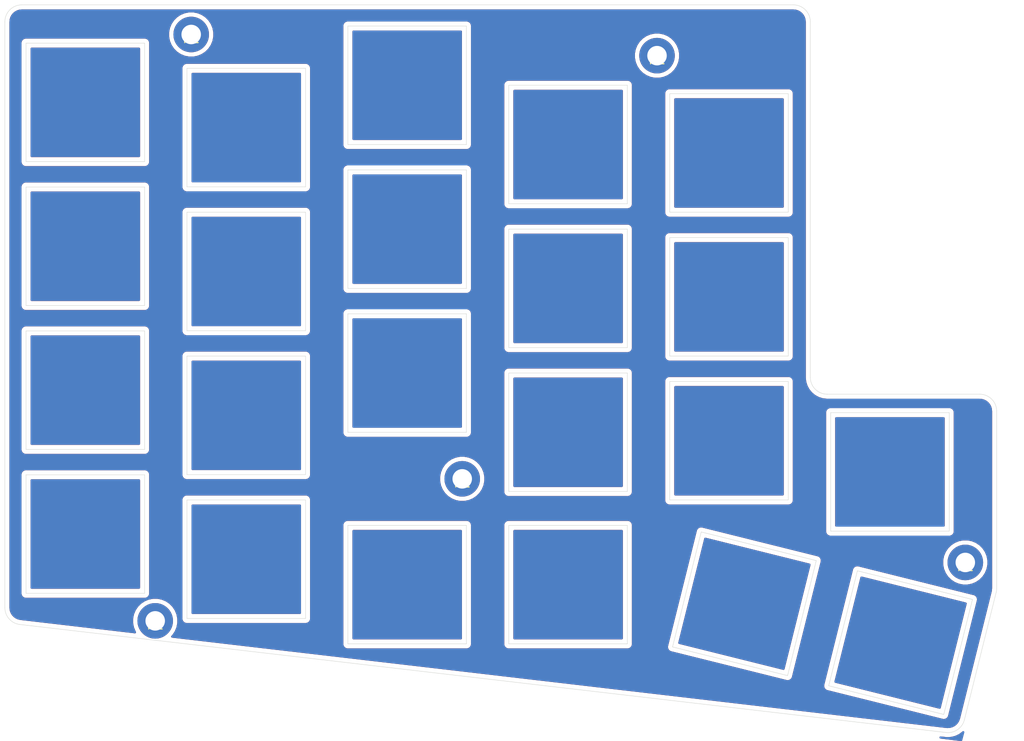
<source format=kicad_pcb>
(kicad_pcb (version 20171130) (host pcbnew "(5.1.0)-1")

  (general
    (thickness 1.6)
    (drawings 105)
    (tracks 0)
    (zones 0)
    (modules 5)
    (nets 1)
  )

  (page A4)
  (layers
    (0 F.Cu signal)
    (31 B.Cu signal)
    (32 B.Adhes user)
    (33 F.Adhes user)
    (34 B.Paste user)
    (35 F.Paste user)
    (36 B.SilkS user)
    (37 F.SilkS user)
    (38 B.Mask user)
    (39 F.Mask user)
    (40 Dwgs.User user)
    (41 Cmts.User user)
    (42 Eco1.User user)
    (43 Eco2.User user)
    (44 Edge.Cuts user)
    (45 Margin user)
    (46 B.CrtYd user)
    (47 F.CrtYd user)
    (48 B.Fab user)
    (49 F.Fab user)
  )

  (setup
    (last_trace_width 0.25)
    (trace_clearance 0.2)
    (zone_clearance 0.508)
    (zone_45_only no)
    (trace_min 0.2)
    (via_size 0.8)
    (via_drill 0.4)
    (via_min_size 0.4)
    (via_min_drill 0.3)
    (uvia_size 0.3)
    (uvia_drill 0.1)
    (uvias_allowed no)
    (uvia_min_size 0.2)
    (uvia_min_drill 0.1)
    (edge_width 0.05)
    (segment_width 0.2)
    (pcb_text_width 0.3)
    (pcb_text_size 1.5 1.5)
    (mod_edge_width 0.12)
    (mod_text_size 1 1)
    (mod_text_width 0.15)
    (pad_size 1.524 1.524)
    (pad_drill 0.762)
    (pad_to_mask_clearance 0)
    (aux_axis_origin 0 0)
    (visible_elements 7FFFFFFF)
    (pcbplotparams
      (layerselection 0x010fc_ffffffff)
      (usegerberextensions false)
      (usegerberattributes true)
      (usegerberadvancedattributes true)
      (creategerberjobfile true)
      (excludeedgelayer true)
      (linewidth 0.100000)
      (plotframeref false)
      (viasonmask false)
      (mode 1)
      (useauxorigin false)
      (hpglpennumber 1)
      (hpglpenspeed 20)
      (hpglpendiameter 15.000000)
      (psnegative false)
      (psa4output false)
      (plotreference true)
      (plotvalue true)
      (plotinvisibletext false)
      (padsonsilk false)
      (subtractmaskfromsilk false)
      (outputformat 1)
      (mirror false)
      (drillshape 0)
      (scaleselection 1)
      (outputdirectory ""))
  )

  (net 0 "")

  (net_class Default "This is the default net class."
    (clearance 0.2)
    (trace_width 0.25)
    (via_dia 0.8)
    (via_drill 0.4)
    (uvia_dia 0.3)
    (uvia_drill 0.1)
  )

  (module kbd:M2_Hole_TH (layer F.Cu) (tedit 5F7666C1) (tstamp 6019779F)
    (at 97.75 132.78)
    (path /60192160)
    (fp_text reference H1 (at 0 0.5) (layer F.SilkS)
      (effects (font (size 1 1) (thickness 0.15)))
    )
    (fp_text value MountingHole_Pad (at 0 -0.5) (layer F.Fab)
      (effects (font (size 1 1) (thickness 0.15)))
    )
    (pad "" thru_hole circle (at 0 0) (size 4.2 4.2) (drill 2.3) (layers *.Cu *.Mask))
  )

  (module kbd:M2_Hole_TH (layer F.Cu) (tedit 5F7666C1) (tstamp 6019779F)
    (at 134 116)
    (path /60192160)
    (fp_text reference H1 (at 0 0.5) (layer F.SilkS)
      (effects (font (size 1 1) (thickness 0.15)))
    )
    (fp_text value MountingHole_Pad (at 0 -0.5) (layer F.Fab)
      (effects (font (size 1 1) (thickness 0.15)))
    )
    (pad "" thru_hole circle (at 0 0) (size 4.2 4.2) (drill 2.3) (layers *.Cu *.Mask))
  )

  (module kbd:M2_Hole_TH (layer F.Cu) (tedit 5F7666C1) (tstamp 6019779F)
    (at 157 66)
    (path /60192160)
    (fp_text reference H1 (at 0 0.5) (layer F.SilkS)
      (effects (font (size 1 1) (thickness 0.15)))
    )
    (fp_text value MountingHole_Pad (at 0 -0.5) (layer F.Fab)
      (effects (font (size 1 1) (thickness 0.15)))
    )
    (pad "" thru_hole circle (at 0 0) (size 4.2 4.2) (drill 2.3) (layers *.Cu *.Mask))
  )

  (module kbd:M2_Hole_TH (layer F.Cu) (tedit 5F7666C1) (tstamp 6019779F)
    (at 102 63.5)
    (path /60192160)
    (fp_text reference H1 (at 0 0.5) (layer F.SilkS)
      (effects (font (size 1 1) (thickness 0.15)))
    )
    (fp_text value MountingHole_Pad (at 0 -0.5) (layer F.Fab)
      (effects (font (size 1 1) (thickness 0.15)))
    )
    (pad "" thru_hole circle (at 0 0) (size 4.2 4.2) (drill 2.3) (layers *.Cu *.Mask))
  )

  (module kbd:M2_Hole_TH (layer F.Cu) (tedit 5F7666C1) (tstamp 60197732)
    (at 193.4 125.88)
    (path /60192160)
    (fp_text reference H1 (at 0 0.5) (layer F.SilkS)
      (effects (font (size 1 1) (thickness 0.15)))
    )
    (fp_text value MountingHole_Pad (at 0 -0.5) (layer F.Fab)
      (effects (font (size 1 1) (thickness 0.15)))
    )
    (pad "" thru_hole circle (at 0 0) (size 4.2 4.2) (drill 2.3) (layers *.Cu *.Mask))
  )

  (gr_text "LunchBox v3.0\nPCB Designed by lixs" (at 145 65) (layer B.Mask)
    (effects (font (size 1 1) (thickness 0.2)) (justify mirror))
  )
  (gr_text "LunchBox v3.0\nPCB Designed by lixs" (at 145 65) (layer F.Mask)
    (effects (font (size 1 1) (thickness 0.2)))
  )
  (gr_line (start 162.218119 122.276769) (end 158.831212 135.860909) (layer Edge.Cuts) (width 0.05) (tstamp 60197956))
  (gr_line (start 158.831212 135.860909) (end 172.415352 139.247816) (layer Edge.Cuts) (width 0.05) (tstamp 60197955))
  (gr_circle (center 80 60) (end 80 59.5) (layer Dwgs.User) (width 0.15))
  (gr_line (start 180.658119 126.866769) (end 194.242259 130.253676) (layer Edge.Cuts) (width 0.05) (tstamp 60197959))
  (gr_line (start 180.658119 126.866769) (end 177.271212 140.450909) (layer Edge.Cuts) (width 0.05) (tstamp 60197956))
  (gr_line (start 177.271212 140.450909) (end 190.855352 143.837816) (layer Edge.Cuts) (width 0.05) (tstamp 60197955))
  (gr_line (start 194.242259 130.253676) (end 190.855352 143.837816) (layer Edge.Cuts) (width 0.05) (tstamp 60197954))
  (gr_line (start 162.218119 122.276769) (end 175.802259 125.663676) (layer Edge.Cuts) (width 0.05) (tstamp 60197959))
  (gr_line (start 175.802259 125.663676) (end 172.415352 139.247816) (layer Edge.Cuts) (width 0.05) (tstamp 60197954))
  (gr_line (start 177.5 108.18) (end 191.5 108.18) (layer Edge.Cuts) (width 0.05) (tstamp 601977ED))
  (gr_line (start 177.5 122.18) (end 191.5 122.18) (layer Edge.Cuts) (width 0.05) (tstamp 601977EB))
  (gr_line (start 191.5 108.18) (end 191.5 122.18) (layer Edge.Cuts) (width 0.05) (tstamp 601977EA))
  (gr_line (start 177.5 108.18) (end 177.5 122.18) (layer Edge.Cuts) (width 0.05) (tstamp 601977E9))
  (gr_line (start 139.5 121.5) (end 153.5 121.5) (layer Edge.Cuts) (width 0.05) (tstamp 601977ED))
  (gr_line (start 139.5 135.5) (end 153.5 135.5) (layer Edge.Cuts) (width 0.05) (tstamp 601977EB))
  (gr_line (start 153.5 121.5) (end 153.5 135.5) (layer Edge.Cuts) (width 0.05) (tstamp 601977EA))
  (gr_line (start 139.5 121.5) (end 139.5 135.5) (layer Edge.Cuts) (width 0.05) (tstamp 601977E9))
  (gr_line (start 158.5 104.5) (end 172.5 104.5) (layer Edge.Cuts) (width 0.05) (tstamp 601977ED))
  (gr_line (start 158.5 118.5) (end 172.5 118.5) (layer Edge.Cuts) (width 0.05) (tstamp 601977EB))
  (gr_line (start 172.5 104.5) (end 172.5 118.5) (layer Edge.Cuts) (width 0.05) (tstamp 601977EA))
  (gr_line (start 158.5 104.5) (end 158.5 118.5) (layer Edge.Cuts) (width 0.05) (tstamp 601977E9))
  (gr_line (start 158.5 87.5) (end 172.5 87.5) (layer Edge.Cuts) (width 0.05) (tstamp 601977ED))
  (gr_line (start 158.5 101.5) (end 172.5 101.5) (layer Edge.Cuts) (width 0.05) (tstamp 601977EB))
  (gr_line (start 172.5 87.5) (end 172.5 101.5) (layer Edge.Cuts) (width 0.05) (tstamp 601977EA))
  (gr_line (start 158.5 87.5) (end 158.5 101.5) (layer Edge.Cuts) (width 0.05) (tstamp 601977E9))
  (gr_line (start 158.5 70.5) (end 172.5 70.5) (layer Edge.Cuts) (width 0.05) (tstamp 601977ED))
  (gr_line (start 158.5 84.5) (end 172.5 84.5) (layer Edge.Cuts) (width 0.05) (tstamp 601977EB))
  (gr_line (start 172.5 70.5) (end 172.5 84.5) (layer Edge.Cuts) (width 0.05) (tstamp 601977EA))
  (gr_line (start 158.5 70.5) (end 158.5 84.5) (layer Edge.Cuts) (width 0.05) (tstamp 601977E9))
  (gr_line (start 139.5 103.5) (end 153.5 103.5) (layer Edge.Cuts) (width 0.05) (tstamp 601977ED))
  (gr_line (start 139.5 117.5) (end 153.5 117.5) (layer Edge.Cuts) (width 0.05) (tstamp 601977EB))
  (gr_line (start 153.5 103.5) (end 153.5 117.5) (layer Edge.Cuts) (width 0.05) (tstamp 601977EA))
  (gr_line (start 139.5 103.5) (end 139.5 117.5) (layer Edge.Cuts) (width 0.05) (tstamp 601977E9))
  (gr_line (start 139.5 86.5) (end 153.5 86.5) (layer Edge.Cuts) (width 0.05) (tstamp 601977ED))
  (gr_line (start 139.5 100.5) (end 153.5 100.5) (layer Edge.Cuts) (width 0.05) (tstamp 601977EB))
  (gr_line (start 153.5 86.5) (end 153.5 100.5) (layer Edge.Cuts) (width 0.05) (tstamp 601977EA))
  (gr_line (start 139.5 86.5) (end 139.5 100.5) (layer Edge.Cuts) (width 0.05) (tstamp 601977E9))
  (gr_line (start 139.5 69.5) (end 153.5 69.5) (layer Edge.Cuts) (width 0.05) (tstamp 601977ED))
  (gr_line (start 139.5 83.5) (end 153.5 83.5) (layer Edge.Cuts) (width 0.05) (tstamp 601977EB))
  (gr_line (start 153.5 69.5) (end 153.5 83.5) (layer Edge.Cuts) (width 0.05) (tstamp 601977EA))
  (gr_line (start 139.5 69.5) (end 139.5 83.5) (layer Edge.Cuts) (width 0.05) (tstamp 601977E9))
  (gr_line (start 120.5 121.5) (end 134.5 121.5) (layer Edge.Cuts) (width 0.05) (tstamp 601977ED))
  (gr_line (start 120.5 135.5) (end 134.5 135.5) (layer Edge.Cuts) (width 0.05) (tstamp 601977EB))
  (gr_line (start 134.5 121.5) (end 134.5 135.5) (layer Edge.Cuts) (width 0.05) (tstamp 601977EA))
  (gr_line (start 120.5 121.5) (end 120.5 135.5) (layer Edge.Cuts) (width 0.05) (tstamp 601977E9))
  (gr_line (start 120.5 96.5) (end 134.5 96.5) (layer Edge.Cuts) (width 0.05) (tstamp 601977ED))
  (gr_line (start 120.5 110.5) (end 134.5 110.5) (layer Edge.Cuts) (width 0.05) (tstamp 601977EB))
  (gr_line (start 134.5 96.5) (end 134.5 110.5) (layer Edge.Cuts) (width 0.05) (tstamp 601977EA))
  (gr_line (start 120.5 96.5) (end 120.5 110.5) (layer Edge.Cuts) (width 0.05) (tstamp 601977E9))
  (gr_line (start 120.5 79.5) (end 134.5 79.5) (layer Edge.Cuts) (width 0.05) (tstamp 601977ED))
  (gr_line (start 120.5 93.5) (end 134.5 93.5) (layer Edge.Cuts) (width 0.05) (tstamp 601977EB))
  (gr_line (start 134.5 79.5) (end 134.5 93.5) (layer Edge.Cuts) (width 0.05) (tstamp 601977EA))
  (gr_line (start 120.5 79.5) (end 120.5 93.5) (layer Edge.Cuts) (width 0.05) (tstamp 601977E9))
  (gr_line (start 120.5 62.5) (end 134.5 62.5) (layer Edge.Cuts) (width 0.05) (tstamp 601977ED))
  (gr_line (start 120.5 76.5) (end 134.5 76.5) (layer Edge.Cuts) (width 0.05) (tstamp 601977EB))
  (gr_line (start 134.5 62.5) (end 134.5 76.5) (layer Edge.Cuts) (width 0.05) (tstamp 601977EA))
  (gr_line (start 120.5 62.5) (end 120.5 76.5) (layer Edge.Cuts) (width 0.05) (tstamp 601977E9))
  (gr_line (start 101.5 118.5) (end 115.5 118.5) (layer Edge.Cuts) (width 0.05) (tstamp 601977ED))
  (gr_line (start 101.5 132.5) (end 115.5 132.5) (layer Edge.Cuts) (width 0.05) (tstamp 601977EB))
  (gr_line (start 115.5 118.5) (end 115.5 132.5) (layer Edge.Cuts) (width 0.05) (tstamp 601977EA))
  (gr_line (start 101.5 118.5) (end 101.5 132.5) (layer Edge.Cuts) (width 0.05) (tstamp 601977E9))
  (gr_line (start 101.5 101.5) (end 115.5 101.5) (layer Edge.Cuts) (width 0.05) (tstamp 601977ED))
  (gr_line (start 101.5 115.5) (end 115.5 115.5) (layer Edge.Cuts) (width 0.05) (tstamp 601977EB))
  (gr_line (start 115.5 101.5) (end 115.5 115.5) (layer Edge.Cuts) (width 0.05) (tstamp 601977EA))
  (gr_line (start 101.5 101.5) (end 101.5 115.5) (layer Edge.Cuts) (width 0.05) (tstamp 601977E9))
  (gr_line (start 101.5 84.5) (end 115.5 84.5) (layer Edge.Cuts) (width 0.05) (tstamp 601977ED))
  (gr_line (start 101.5 98.5) (end 115.5 98.5) (layer Edge.Cuts) (width 0.05) (tstamp 601977EB))
  (gr_line (start 115.5 84.5) (end 115.5 98.5) (layer Edge.Cuts) (width 0.05) (tstamp 601977EA))
  (gr_line (start 101.5 84.5) (end 101.5 98.5) (layer Edge.Cuts) (width 0.05) (tstamp 601977E9))
  (gr_line (start 101.5 67.5) (end 115.5 67.5) (layer Edge.Cuts) (width 0.05) (tstamp 601977ED))
  (gr_line (start 101.5 81.5) (end 115.5 81.5) (layer Edge.Cuts) (width 0.05) (tstamp 601977EB))
  (gr_line (start 115.5 67.5) (end 115.5 81.5) (layer Edge.Cuts) (width 0.05) (tstamp 601977EA))
  (gr_line (start 101.5 67.5) (end 101.5 81.5) (layer Edge.Cuts) (width 0.05) (tstamp 601977E9))
  (gr_line (start 82.5 115.52) (end 96.5 115.52) (layer Edge.Cuts) (width 0.05) (tstamp 601977ED))
  (gr_line (start 82.5 129.52) (end 96.5 129.52) (layer Edge.Cuts) (width 0.05) (tstamp 601977EB))
  (gr_line (start 96.5 115.52) (end 96.5 129.52) (layer Edge.Cuts) (width 0.05) (tstamp 601977EA))
  (gr_line (start 82.5 115.52) (end 82.5 129.52) (layer Edge.Cuts) (width 0.05) (tstamp 601977E9))
  (gr_line (start 82.5 98.52) (end 96.5 98.52) (layer Edge.Cuts) (width 0.05) (tstamp 601977ED))
  (gr_line (start 82.5 112.52) (end 96.5 112.52) (layer Edge.Cuts) (width 0.05) (tstamp 601977EB))
  (gr_line (start 96.5 98.52) (end 96.5 112.52) (layer Edge.Cuts) (width 0.05) (tstamp 601977EA))
  (gr_line (start 82.5 98.52) (end 82.5 112.52) (layer Edge.Cuts) (width 0.05) (tstamp 601977E9))
  (gr_line (start 82.5 81.52) (end 96.5 81.52) (layer Edge.Cuts) (width 0.05) (tstamp 601977ED))
  (gr_line (start 82.5 95.52) (end 96.5 95.52) (layer Edge.Cuts) (width 0.05) (tstamp 601977EB))
  (gr_line (start 96.5 81.52) (end 96.5 95.52) (layer Edge.Cuts) (width 0.05) (tstamp 601977EA))
  (gr_line (start 82.5 81.52) (end 82.5 95.52) (layer Edge.Cuts) (width 0.05) (tstamp 601977E9))
  (gr_line (start 82.5 78.52) (end 96.5 78.52) (layer Edge.Cuts) (width 0.05) (tstamp 601977E7))
  (gr_line (start 82.5 64.52) (end 82.5 78.52) (layer Edge.Cuts) (width 0.05) (tstamp 601977E6))
  (gr_line (start 96.5 64.52) (end 96.5 78.52) (layer Edge.Cuts) (width 0.05) (tstamp 601977E5))
  (gr_line (start 82.5 64.52) (end 96.5 64.52) (layer Edge.Cuts) (width 0.05) (tstamp 601977E4))
  (gr_line (start 80 131.22) (end 80 62) (layer Edge.Cuts) (width 0.05) (tstamp 6019779A))
  (gr_line (start 191.120001 145.969999) (end 81.770373 133.206774) (layer Edge.Cuts) (width 0.05) (tstamp 60197799))
  (gr_line (start 197.039999 129.429999) (end 193.295182 144.458813) (layer Edge.Cuts) (width 0.05) (tstamp 60197798))
  (gr_line (start 197.1 108) (end 197.100924 128.939999) (layer Edge.Cuts) (width 0.05) (tstamp 60197797))
  (gr_line (start 177.1 106) (end 195.1 106) (layer Edge.Cuts) (width 0.05) (tstamp 60197796))
  (gr_line (start 175.1 62) (end 175.1 104) (layer Edge.Cuts) (width 0.05) (tstamp 60197795))
  (gr_line (start 82 60) (end 173.1 60) (layer Edge.Cuts) (width 0.05) (tstamp 60197794))
  (gr_arc (start 82 131.22) (end 80 131.22) (angle -83.40712729) (layer Edge.Cuts) (width 0.05))
  (gr_arc (start 191.35 143.98) (end 191.120001 145.969999) (angle -82.76422174) (layer Edge.Cuts) (width 0.05))
  (gr_arc (start 195.1 128.94) (end 197.039999 129.429999) (angle -14.17514206) (layer Edge.Cuts) (width 0.05))
  (gr_arc (start 195.1 108) (end 197.1 108) (angle -90) (layer Edge.Cuts) (width 0.05))
  (gr_arc (start 177.1 104) (end 175.1 104) (angle -90) (layer Edge.Cuts) (width 0.05))
  (gr_arc (start 173.1 62) (end 175.1 62) (angle -90) (layer Edge.Cuts) (width 0.05))
  (gr_arc (start 82 62) (end 82 60) (angle -90) (layer Edge.Cuts) (width 0.05))

  (zone (net 0) (net_name "") (layer F.Cu) (tstamp 6033D06D) (hatch edge 0.508)
    (connect_pads (clearance 0.508))
    (min_thickness 0.254)
    (fill yes (arc_segments 32) (thermal_gap 0.508) (thermal_bridge_width 0.508))
    (polygon
      (pts
        (xy 80 60) (xy 175 60) (xy 175 104) (xy 177 106) (xy 195 106)
        (xy 197 106) (xy 197.1 108) (xy 197.1 130.2) (xy 193 147) (xy 80 133)
      )
    )
    (filled_polygon
      (pts
        (xy 192.903424 146.860064) (xy 190.474732 146.559164) (xy 191.075685 146.629307) (xy 191.088644 146.62954) (xy 191.221343 146.639776)
        (xy 191.261542 146.638941) (xy 191.301711 146.641067) (xy 191.310914 146.640589) (xy 191.701202 146.617597) (xy 191.760301 146.608267)
        (xy 191.819499 146.599767) (xy 191.828431 146.597511) (xy 191.828436 146.59751) (xy 191.828441 146.597508) (xy 192.206824 146.499149)
        (xy 192.26296 146.478527) (xy 192.319408 146.45868) (xy 192.327735 146.454731) (xy 192.679812 146.284746) (xy 192.730857 146.253623)
        (xy 192.782389 146.223182) (xy 192.78979 146.217691) (xy 193.102146 145.982559) (xy 193.122036 145.964287)
      )
    )
    (filled_polygon
      (pts
        (xy 173.359659 60.688625) (xy 173.609429 60.764035) (xy 173.839792 60.886522) (xy 174.04198 61.051422) (xy 174.208286 61.25245)
        (xy 174.332378 61.481954) (xy 174.409531 61.731195) (xy 174.44 62.021089) (xy 174.440001 104.032419) (xy 174.442852 104.061364)
        (xy 174.442765 104.073781) (xy 174.443665 104.082952) (xy 174.484466 104.471145) (xy 174.496487 104.529708) (xy 174.507702 104.588501)
        (xy 174.510366 104.597323) (xy 174.62579 104.970198) (xy 174.648975 105.025353) (xy 174.671379 105.080806) (xy 174.675706 105.088943)
        (xy 174.861357 105.432298) (xy 174.89478 105.481849) (xy 174.927562 105.531946) (xy 174.933387 105.539087) (xy 175.182194 105.839841)
        (xy 175.224629 105.881981) (xy 175.266492 105.92473) (xy 175.273592 105.930604) (xy 175.576077 106.177305) (xy 175.625904 106.210409)
        (xy 175.675259 106.244204) (xy 175.683365 106.248587) (xy 176.028007 106.431837) (xy 176.083311 106.454631) (xy 176.138295 106.478198)
        (xy 176.147098 106.480923) (xy 176.52077 106.593741) (xy 176.579458 106.605361) (xy 176.637961 106.617797) (xy 176.647126 106.61876)
        (xy 177.035595 106.65685) (xy 177.035598 106.65685) (xy 177.067581 106.66) (xy 195.067721 106.66) (xy 195.359659 106.688625)
        (xy 195.609429 106.764035) (xy 195.839792 106.886522) (xy 196.04198 107.051422) (xy 196.208286 107.25245) (xy 196.332378 107.481954)
        (xy 196.409531 107.731195) (xy 196.440001 108.021101) (xy 196.440923 128.907729) (xy 196.409956 129.223559) (xy 196.397763 129.277716)
        (xy 192.662342 144.268824) (xy 192.564242 144.546951) (xy 192.430999 144.771997) (xy 192.256574 144.966884) (xy 192.047623 145.124176)
        (xy 191.812099 145.237888) (xy 191.558976 145.303687) (xy 191.278095 145.320233) (xy 191.183686 145.312951) (xy 149.255269 140.419091)
        (xy 176.608783 140.419091) (xy 176.615305 140.548935) (xy 176.647031 140.675012) (xy 176.702745 140.792478) (xy 176.780305 140.896818)
        (xy 176.87673 140.98402) (xy 176.988315 141.050737) (xy 177.110772 141.094402) (xy 177.142999 141.099147) (xy 190.664234 144.47037)
        (xy 190.694912 144.481309) (xy 190.727134 144.486053) (xy 190.727139 144.486054) (xy 190.823533 144.500245) (xy 190.823534 144.500245)
        (xy 190.953378 144.493723) (xy 191.079455 144.461997) (xy 191.196921 144.406283) (xy 191.301261 144.328723) (xy 191.388463 144.232298)
        (xy 191.45518 144.120713) (xy 191.487904 144.02894) (xy 191.487904 144.028939) (xy 191.498845 143.998256) (xy 191.50359 143.966029)
        (xy 194.874813 130.444794) (xy 194.885752 130.414116) (xy 194.894268 130.356275) (xy 194.904688 130.285495) (xy 194.904688 130.285494)
        (xy 194.898167 130.155649) (xy 194.86644 130.029572) (xy 194.810726 129.912106) (xy 194.733166 129.807766) (xy 194.636741 129.720564)
        (xy 194.525156 129.653847) (xy 194.433383 129.621123) (xy 194.433373 129.62112) (xy 194.402699 129.610183) (xy 194.370481 129.60544)
        (xy 180.849239 126.234216) (xy 180.818559 126.223276) (xy 180.786334 126.218532) (xy 180.786331 126.218531) (xy 180.689937 126.20434)
        (xy 180.560092 126.210861) (xy 180.434015 126.242588) (xy 180.316549 126.298302) (xy 180.212209 126.375862) (xy 180.125007 126.472287)
        (xy 180.05829 126.583872) (xy 180.025566 126.675645) (xy 180.025563 126.675655) (xy 180.014626 126.706329) (xy 180.009883 126.738547)
        (xy 176.638659 140.259789) (xy 176.627719 140.290469) (xy 176.622975 140.322694) (xy 176.622974 140.322697) (xy 176.608783 140.419091)
        (xy 149.255269 140.419091) (xy 99.756276 134.641598) (xy 99.874413 134.523461) (xy 100.173725 134.075508) (xy 100.379895 133.57777)
        (xy 100.485 133.049374) (xy 100.485 132.510626) (xy 100.379895 131.98223) (xy 100.173725 131.484492) (xy 99.874413 131.036539)
        (xy 99.493461 130.655587) (xy 99.045508 130.356275) (xy 98.54777 130.150105) (xy 98.019374 130.045) (xy 97.480626 130.045)
        (xy 96.95223 130.150105) (xy 96.454492 130.356275) (xy 96.006539 130.655587) (xy 95.625587 131.036539) (xy 95.326275 131.484492)
        (xy 95.120105 131.98223) (xy 95.015 132.510626) (xy 95.015 133.049374) (xy 95.120105 133.57777) (xy 95.326275 134.075508)
        (xy 95.361801 134.128677) (xy 81.878583 132.554924) (xy 81.591492 132.49289) (xy 81.352038 132.389304) (xy 81.137254 132.241175)
        (xy 80.95534 132.054155) (xy 80.813214 131.83536) (xy 80.716292 131.593124) (xy 80.66496 131.319023) (xy 80.66 131.20558)
        (xy 80.66 115.52) (xy 81.836807 115.52) (xy 81.84 115.552419) (xy 81.840001 129.487571) (xy 81.836807 129.52)
        (xy 81.84955 129.649383) (xy 81.88729 129.773793) (xy 81.948575 129.88845) (xy 82.031052 129.988948) (xy 82.13155 130.071425)
        (xy 82.246207 130.13271) (xy 82.370617 130.17045) (xy 82.467581 130.18) (xy 82.5 130.183193) (xy 82.532419 130.18)
        (xy 96.467581 130.18) (xy 96.5 130.183193) (xy 96.532419 130.18) (xy 96.629383 130.17045) (xy 96.753793 130.13271)
        (xy 96.86845 130.071425) (xy 96.968948 129.988948) (xy 97.051425 129.88845) (xy 97.11271 129.773793) (xy 97.15045 129.649383)
        (xy 97.163193 129.52) (xy 97.16 129.487581) (xy 97.16 118.5) (xy 100.836807 118.5) (xy 100.84 118.532419)
        (xy 100.840001 132.467571) (xy 100.836807 132.5) (xy 100.84955 132.629383) (xy 100.88729 132.753793) (xy 100.948575 132.86845)
        (xy 101.031052 132.968948) (xy 101.13155 133.051425) (xy 101.246207 133.11271) (xy 101.370617 133.15045) (xy 101.467581 133.16)
        (xy 101.5 133.163193) (xy 101.532419 133.16) (xy 115.467581 133.16) (xy 115.5 133.163193) (xy 115.532419 133.16)
        (xy 115.629383 133.15045) (xy 115.753793 133.11271) (xy 115.86845 133.051425) (xy 115.968948 132.968948) (xy 116.051425 132.86845)
        (xy 116.11271 132.753793) (xy 116.15045 132.629383) (xy 116.163193 132.5) (xy 116.16 132.467581) (xy 116.16 121.5)
        (xy 119.836807 121.5) (xy 119.84 121.532419) (xy 119.840001 135.467571) (xy 119.836807 135.5) (xy 119.84955 135.629383)
        (xy 119.88729 135.753793) (xy 119.948575 135.86845) (xy 120.031052 135.968948) (xy 120.13155 136.051425) (xy 120.246207 136.11271)
        (xy 120.370617 136.15045) (xy 120.467581 136.16) (xy 120.5 136.163193) (xy 120.532419 136.16) (xy 134.467581 136.16)
        (xy 134.5 136.163193) (xy 134.532419 136.16) (xy 134.629383 136.15045) (xy 134.753793 136.11271) (xy 134.86845 136.051425)
        (xy 134.968948 135.968948) (xy 135.051425 135.86845) (xy 135.11271 135.753793) (xy 135.15045 135.629383) (xy 135.163193 135.5)
        (xy 135.16 135.467581) (xy 135.16 121.532419) (xy 135.163193 121.5) (xy 138.836807 121.5) (xy 138.84 121.532419)
        (xy 138.840001 135.467571) (xy 138.836807 135.5) (xy 138.84955 135.629383) (xy 138.88729 135.753793) (xy 138.948575 135.86845)
        (xy 139.031052 135.968948) (xy 139.13155 136.051425) (xy 139.246207 136.11271) (xy 139.370617 136.15045) (xy 139.467581 136.16)
        (xy 139.5 136.163193) (xy 139.532419 136.16) (xy 153.467581 136.16) (xy 153.5 136.163193) (xy 153.532419 136.16)
        (xy 153.629383 136.15045) (xy 153.753793 136.11271) (xy 153.86845 136.051425) (xy 153.968948 135.968948) (xy 154.051425 135.86845)
        (xy 154.072462 135.829091) (xy 158.168783 135.829091) (xy 158.175305 135.958935) (xy 158.207031 136.085012) (xy 158.262745 136.202478)
        (xy 158.340305 136.306818) (xy 158.43673 136.39402) (xy 158.548315 136.460737) (xy 158.670772 136.504402) (xy 158.702999 136.509147)
        (xy 172.224234 139.88037) (xy 172.254912 139.891309) (xy 172.287134 139.896053) (xy 172.287139 139.896054) (xy 172.383533 139.910245)
        (xy 172.383534 139.910245) (xy 172.513378 139.903723) (xy 172.639455 139.871997) (xy 172.756921 139.816283) (xy 172.861261 139.738723)
        (xy 172.948463 139.642298) (xy 173.01518 139.530713) (xy 173.047904 139.43894) (xy 173.047904 139.438939) (xy 173.058845 139.408256)
        (xy 173.06359 139.376029) (xy 176.434813 125.854794) (xy 176.445752 125.824116) (xy 176.464688 125.695494) (xy 176.460426 125.610626)
        (xy 190.665 125.610626) (xy 190.665 126.149374) (xy 190.770105 126.67777) (xy 190.976275 127.175508) (xy 191.275587 127.623461)
        (xy 191.656539 128.004413) (xy 192.104492 128.303725) (xy 192.60223 128.509895) (xy 193.130626 128.615) (xy 193.669374 128.615)
        (xy 194.19777 128.509895) (xy 194.695508 128.303725) (xy 195.143461 128.004413) (xy 195.524413 127.623461) (xy 195.823725 127.175508)
        (xy 196.029895 126.67777) (xy 196.135 126.149374) (xy 196.135 125.610626) (xy 196.029895 125.08223) (xy 195.823725 124.584492)
        (xy 195.524413 124.136539) (xy 195.143461 123.755587) (xy 194.695508 123.456275) (xy 194.19777 123.250105) (xy 193.669374 123.145)
        (xy 193.130626 123.145) (xy 192.60223 123.250105) (xy 192.104492 123.456275) (xy 191.656539 123.755587) (xy 191.275587 124.136539)
        (xy 190.976275 124.584492) (xy 190.770105 125.08223) (xy 190.665 125.610626) (xy 176.460426 125.610626) (xy 176.458167 125.565649)
        (xy 176.42644 125.439572) (xy 176.370726 125.322106) (xy 176.293166 125.217766) (xy 176.196741 125.130564) (xy 176.085156 125.063847)
        (xy 175.993383 125.031123) (xy 175.993373 125.03112) (xy 175.962699 125.020183) (xy 175.930481 125.01544) (xy 162.409239 121.644216)
        (xy 162.378559 121.633276) (xy 162.346334 121.628532) (xy 162.346331 121.628531) (xy 162.249937 121.61434) (xy 162.120092 121.620861)
        (xy 161.994015 121.652588) (xy 161.876549 121.708302) (xy 161.772209 121.785862) (xy 161.685007 121.882287) (xy 161.61829 121.993872)
        (xy 161.585566 122.085645) (xy 161.585563 122.085655) (xy 161.574626 122.116329) (xy 161.569883 122.148547) (xy 158.198659 135.669789)
        (xy 158.187719 135.700469) (xy 158.182975 135.732694) (xy 158.182974 135.732697) (xy 158.168783 135.829091) (xy 154.072462 135.829091)
        (xy 154.11271 135.753793) (xy 154.15045 135.629383) (xy 154.163193 135.5) (xy 154.16 135.467581) (xy 154.16 121.532419)
        (xy 154.163193 121.5) (xy 154.15045 121.370617) (xy 154.11271 121.246207) (xy 154.051425 121.13155) (xy 153.968948 121.031052)
        (xy 153.86845 120.948575) (xy 153.753793 120.88729) (xy 153.629383 120.84955) (xy 153.532419 120.84) (xy 153.5 120.836807)
        (xy 153.467581 120.84) (xy 139.532419 120.84) (xy 139.5 120.836807) (xy 139.467581 120.84) (xy 139.370617 120.84955)
        (xy 139.246207 120.88729) (xy 139.13155 120.948575) (xy 139.031052 121.031052) (xy 138.948575 121.13155) (xy 138.88729 121.246207)
        (xy 138.84955 121.370617) (xy 138.836807 121.5) (xy 135.163193 121.5) (xy 135.15045 121.370617) (xy 135.11271 121.246207)
        (xy 135.051425 121.13155) (xy 134.968948 121.031052) (xy 134.86845 120.948575) (xy 134.753793 120.88729) (xy 134.629383 120.84955)
        (xy 134.532419 120.84) (xy 134.5 120.836807) (xy 134.467581 120.84) (xy 120.532419 120.84) (xy 120.5 120.836807)
        (xy 120.467581 120.84) (xy 120.370617 120.84955) (xy 120.246207 120.88729) (xy 120.13155 120.948575) (xy 120.031052 121.031052)
        (xy 119.948575 121.13155) (xy 119.88729 121.246207) (xy 119.84955 121.370617) (xy 119.836807 121.5) (xy 116.16 121.5)
        (xy 116.16 118.532419) (xy 116.163193 118.5) (xy 116.15045 118.370617) (xy 116.11271 118.246207) (xy 116.051425 118.13155)
        (xy 115.968948 118.031052) (xy 115.86845 117.948575) (xy 115.753793 117.88729) (xy 115.629383 117.84955) (xy 115.532419 117.84)
        (xy 115.5 117.836807) (xy 115.467581 117.84) (xy 101.532419 117.84) (xy 101.5 117.836807) (xy 101.467581 117.84)
        (xy 101.370617 117.84955) (xy 101.246207 117.88729) (xy 101.13155 117.948575) (xy 101.031052 118.031052) (xy 100.948575 118.13155)
        (xy 100.88729 118.246207) (xy 100.84955 118.370617) (xy 100.836807 118.5) (xy 97.16 118.5) (xy 97.16 115.552419)
        (xy 97.163193 115.52) (xy 97.15045 115.390617) (xy 97.11271 115.266207) (xy 97.051425 115.15155) (xy 96.968948 115.051052)
        (xy 96.86845 114.968575) (xy 96.753793 114.90729) (xy 96.629383 114.86955) (xy 96.532419 114.86) (xy 96.5 114.856807)
        (xy 96.467581 114.86) (xy 82.532419 114.86) (xy 82.5 114.856807) (xy 82.467581 114.86) (xy 82.370617 114.86955)
        (xy 82.246207 114.90729) (xy 82.13155 114.968575) (xy 82.031052 115.051052) (xy 81.948575 115.15155) (xy 81.88729 115.266207)
        (xy 81.84955 115.390617) (xy 81.836807 115.52) (xy 80.66 115.52) (xy 80.66 98.52) (xy 81.836807 98.52)
        (xy 81.84 98.552419) (xy 81.840001 112.487571) (xy 81.836807 112.52) (xy 81.84955 112.649383) (xy 81.88729 112.773793)
        (xy 81.948575 112.88845) (xy 82.031052 112.988948) (xy 82.13155 113.071425) (xy 82.246207 113.13271) (xy 82.370617 113.17045)
        (xy 82.467581 113.18) (xy 82.5 113.183193) (xy 82.532419 113.18) (xy 96.467581 113.18) (xy 96.5 113.183193)
        (xy 96.532419 113.18) (xy 96.629383 113.17045) (xy 96.753793 113.13271) (xy 96.86845 113.071425) (xy 96.968948 112.988948)
        (xy 97.051425 112.88845) (xy 97.11271 112.773793) (xy 97.15045 112.649383) (xy 97.163193 112.52) (xy 97.16 112.487581)
        (xy 97.16 101.5) (xy 100.836807 101.5) (xy 100.84 101.532419) (xy 100.840001 115.467571) (xy 100.836807 115.5)
        (xy 100.84955 115.629383) (xy 100.88729 115.753793) (xy 100.948575 115.86845) (xy 101.031052 115.968948) (xy 101.13155 116.051425)
        (xy 101.246207 116.11271) (xy 101.370617 116.15045) (xy 101.467581 116.16) (xy 101.5 116.163193) (xy 101.532419 116.16)
        (xy 115.467581 116.16) (xy 115.5 116.163193) (xy 115.532419 116.16) (xy 115.629383 116.15045) (xy 115.753793 116.11271)
        (xy 115.86845 116.051425) (xy 115.968948 115.968948) (xy 116.051425 115.86845) (xy 116.11271 115.753793) (xy 116.119737 115.730626)
        (xy 131.265 115.730626) (xy 131.265 116.269374) (xy 131.370105 116.79777) (xy 131.576275 117.295508) (xy 131.875587 117.743461)
        (xy 132.256539 118.124413) (xy 132.704492 118.423725) (xy 133.20223 118.629895) (xy 133.730626 118.735) (xy 134.269374 118.735)
        (xy 134.79777 118.629895) (xy 135.295508 118.423725) (xy 135.743461 118.124413) (xy 136.124413 117.743461) (xy 136.423725 117.295508)
        (xy 136.629895 116.79777) (xy 136.735 116.269374) (xy 136.735 115.730626) (xy 136.629895 115.20223) (xy 136.423725 114.704492)
        (xy 136.124413 114.256539) (xy 135.743461 113.875587) (xy 135.295508 113.576275) (xy 134.79777 113.370105) (xy 134.269374 113.265)
        (xy 133.730626 113.265) (xy 133.20223 113.370105) (xy 132.704492 113.576275) (xy 132.256539 113.875587) (xy 131.875587 114.256539)
        (xy 131.576275 114.704492) (xy 131.370105 115.20223) (xy 131.265 115.730626) (xy 116.119737 115.730626) (xy 116.15045 115.629383)
        (xy 116.163193 115.5) (xy 116.16 115.467581) (xy 116.16 101.532419) (xy 116.163193 101.5) (xy 116.15045 101.370617)
        (xy 116.11271 101.246207) (xy 116.051425 101.13155) (xy 115.968948 101.031052) (xy 115.86845 100.948575) (xy 115.753793 100.88729)
        (xy 115.629383 100.84955) (xy 115.532419 100.84) (xy 115.5 100.836807) (xy 115.467581 100.84) (xy 101.532419 100.84)
        (xy 101.5 100.836807) (xy 101.467581 100.84) (xy 101.370617 100.84955) (xy 101.246207 100.88729) (xy 101.13155 100.948575)
        (xy 101.031052 101.031052) (xy 100.948575 101.13155) (xy 100.88729 101.246207) (xy 100.84955 101.370617) (xy 100.836807 101.5)
        (xy 97.16 101.5) (xy 97.16 98.552419) (xy 97.163193 98.52) (xy 97.15045 98.390617) (xy 97.11271 98.266207)
        (xy 97.051425 98.15155) (xy 96.968948 98.051052) (xy 96.86845 97.968575) (xy 96.753793 97.90729) (xy 96.629383 97.86955)
        (xy 96.532419 97.86) (xy 96.5 97.856807) (xy 96.467581 97.86) (xy 82.532419 97.86) (xy 82.5 97.856807)
        (xy 82.467581 97.86) (xy 82.370617 97.86955) (xy 82.246207 97.90729) (xy 82.13155 97.968575) (xy 82.031052 98.051052)
        (xy 81.948575 98.15155) (xy 81.88729 98.266207) (xy 81.84955 98.390617) (xy 81.836807 98.52) (xy 80.66 98.52)
        (xy 80.66 81.52) (xy 81.836807 81.52) (xy 81.84 81.552419) (xy 81.840001 95.487571) (xy 81.836807 95.52)
        (xy 81.84955 95.649383) (xy 81.88729 95.773793) (xy 81.948575 95.88845) (xy 82.031052 95.988948) (xy 82.13155 96.071425)
        (xy 82.246207 96.13271) (xy 82.370617 96.17045) (xy 82.467581 96.18) (xy 82.5 96.183193) (xy 82.532419 96.18)
        (xy 96.467581 96.18) (xy 96.5 96.183193) (xy 96.532419 96.18) (xy 96.629383 96.17045) (xy 96.753793 96.13271)
        (xy 96.86845 96.071425) (xy 96.968948 95.988948) (xy 97.051425 95.88845) (xy 97.11271 95.773793) (xy 97.15045 95.649383)
        (xy 97.163193 95.52) (xy 97.16 95.487581) (xy 97.16 84.5) (xy 100.836807 84.5) (xy 100.84 84.532419)
        (xy 100.840001 98.467571) (xy 100.836807 98.5) (xy 100.84955 98.629383) (xy 100.88729 98.753793) (xy 100.948575 98.86845)
        (xy 101.031052 98.968948) (xy 101.13155 99.051425) (xy 101.246207 99.11271) (xy 101.370617 99.15045) (xy 101.467581 99.16)
        (xy 101.5 99.163193) (xy 101.532419 99.16) (xy 115.467581 99.16) (xy 115.5 99.163193) (xy 115.532419 99.16)
        (xy 115.629383 99.15045) (xy 115.753793 99.11271) (xy 115.86845 99.051425) (xy 115.968948 98.968948) (xy 116.051425 98.86845)
        (xy 116.11271 98.753793) (xy 116.15045 98.629383) (xy 116.163193 98.5) (xy 116.16 98.467581) (xy 116.16 96.5)
        (xy 119.836807 96.5) (xy 119.84 96.532419) (xy 119.840001 110.467571) (xy 119.836807 110.5) (xy 119.84955 110.629383)
        (xy 119.88729 110.753793) (xy 119.948575 110.86845) (xy 120.031052 110.968948) (xy 120.13155 111.051425) (xy 120.246207 111.11271)
        (xy 120.370617 111.15045) (xy 120.467581 111.16) (xy 120.5 111.163193) (xy 120.532419 111.16) (xy 134.467581 111.16)
        (xy 134.5 111.163193) (xy 134.532419 111.16) (xy 134.629383 111.15045) (xy 134.753793 111.11271) (xy 134.86845 111.051425)
        (xy 134.968948 110.968948) (xy 135.051425 110.86845) (xy 135.11271 110.753793) (xy 135.15045 110.629383) (xy 135.163193 110.5)
        (xy 135.16 110.467581) (xy 135.16 103.5) (xy 138.836807 103.5) (xy 138.84 103.532419) (xy 138.840001 117.467571)
        (xy 138.836807 117.5) (xy 138.84955 117.629383) (xy 138.88729 117.753793) (xy 138.948575 117.86845) (xy 139.031052 117.968948)
        (xy 139.13155 118.051425) (xy 139.246207 118.11271) (xy 139.370617 118.15045) (xy 139.467581 118.16) (xy 139.5 118.163193)
        (xy 139.532419 118.16) (xy 153.467581 118.16) (xy 153.5 118.163193) (xy 153.532419 118.16) (xy 153.629383 118.15045)
        (xy 153.753793 118.11271) (xy 153.86845 118.051425) (xy 153.968948 117.968948) (xy 154.051425 117.86845) (xy 154.11271 117.753793)
        (xy 154.15045 117.629383) (xy 154.163193 117.5) (xy 154.16 117.467581) (xy 154.16 104.5) (xy 157.836807 104.5)
        (xy 157.84 104.532419) (xy 157.840001 118.467571) (xy 157.836807 118.5) (xy 157.84955 118.629383) (xy 157.88729 118.753793)
        (xy 157.948575 118.86845) (xy 158.031052 118.968948) (xy 158.13155 119.051425) (xy 158.246207 119.11271) (xy 158.370617 119.15045)
        (xy 158.467581 119.16) (xy 158.5 119.163193) (xy 158.532419 119.16) (xy 172.467581 119.16) (xy 172.5 119.163193)
        (xy 172.532419 119.16) (xy 172.629383 119.15045) (xy 172.753793 119.11271) (xy 172.86845 119.051425) (xy 172.968948 118.968948)
        (xy 173.051425 118.86845) (xy 173.11271 118.753793) (xy 173.15045 118.629383) (xy 173.163193 118.5) (xy 173.16 118.467581)
        (xy 173.16 108.18) (xy 176.836807 108.18) (xy 176.84 108.212419) (xy 176.840001 122.147571) (xy 176.836807 122.18)
        (xy 176.84955 122.309383) (xy 176.88729 122.433793) (xy 176.948575 122.54845) (xy 177.031052 122.648948) (xy 177.13155 122.731425)
        (xy 177.246207 122.79271) (xy 177.370617 122.83045) (xy 177.467581 122.84) (xy 177.5 122.843193) (xy 177.532419 122.84)
        (xy 191.467581 122.84) (xy 191.5 122.843193) (xy 191.532419 122.84) (xy 191.629383 122.83045) (xy 191.753793 122.79271)
        (xy 191.86845 122.731425) (xy 191.968948 122.648948) (xy 192.051425 122.54845) (xy 192.11271 122.433793) (xy 192.15045 122.309383)
        (xy 192.163193 122.18) (xy 192.16 122.147581) (xy 192.16 108.212419) (xy 192.163193 108.18) (xy 192.15045 108.050617)
        (xy 192.11271 107.926207) (xy 192.051425 107.81155) (xy 191.968948 107.711052) (xy 191.86845 107.628575) (xy 191.753793 107.56729)
        (xy 191.629383 107.52955) (xy 191.532419 107.52) (xy 191.5 107.516807) (xy 191.467581 107.52) (xy 177.532419 107.52)
        (xy 177.5 107.516807) (xy 177.467581 107.52) (xy 177.370617 107.52955) (xy 177.246207 107.56729) (xy 177.13155 107.628575)
        (xy 177.031052 107.711052) (xy 176.948575 107.81155) (xy 176.88729 107.926207) (xy 176.84955 108.050617) (xy 176.836807 108.18)
        (xy 173.16 108.18) (xy 173.16 104.532419) (xy 173.163193 104.5) (xy 173.15045 104.370617) (xy 173.11271 104.246207)
        (xy 173.051425 104.13155) (xy 172.968948 104.031052) (xy 172.86845 103.948575) (xy 172.753793 103.88729) (xy 172.629383 103.84955)
        (xy 172.532419 103.84) (xy 172.5 103.836807) (xy 172.467581 103.84) (xy 158.532419 103.84) (xy 158.5 103.836807)
        (xy 158.467581 103.84) (xy 158.370617 103.84955) (xy 158.246207 103.88729) (xy 158.13155 103.948575) (xy 158.031052 104.031052)
        (xy 157.948575 104.13155) (xy 157.88729 104.246207) (xy 157.84955 104.370617) (xy 157.836807 104.5) (xy 154.16 104.5)
        (xy 154.16 103.532419) (xy 154.163193 103.5) (xy 154.15045 103.370617) (xy 154.11271 103.246207) (xy 154.051425 103.13155)
        (xy 153.968948 103.031052) (xy 153.86845 102.948575) (xy 153.753793 102.88729) (xy 153.629383 102.84955) (xy 153.532419 102.84)
        (xy 153.5 102.836807) (xy 153.467581 102.84) (xy 139.532419 102.84) (xy 139.5 102.836807) (xy 139.467581 102.84)
        (xy 139.370617 102.84955) (xy 139.246207 102.88729) (xy 139.13155 102.948575) (xy 139.031052 103.031052) (xy 138.948575 103.13155)
        (xy 138.88729 103.246207) (xy 138.84955 103.370617) (xy 138.836807 103.5) (xy 135.16 103.5) (xy 135.16 96.532419)
        (xy 135.163193 96.5) (xy 135.15045 96.370617) (xy 135.11271 96.246207) (xy 135.051425 96.13155) (xy 134.968948 96.031052)
        (xy 134.86845 95.948575) (xy 134.753793 95.88729) (xy 134.629383 95.84955) (xy 134.532419 95.84) (xy 134.5 95.836807)
        (xy 134.467581 95.84) (xy 120.532419 95.84) (xy 120.5 95.836807) (xy 120.467581 95.84) (xy 120.370617 95.84955)
        (xy 120.246207 95.88729) (xy 120.13155 95.948575) (xy 120.031052 96.031052) (xy 119.948575 96.13155) (xy 119.88729 96.246207)
        (xy 119.84955 96.370617) (xy 119.836807 96.5) (xy 116.16 96.5) (xy 116.16 84.532419) (xy 116.163193 84.5)
        (xy 116.15045 84.370617) (xy 116.11271 84.246207) (xy 116.051425 84.13155) (xy 115.968948 84.031052) (xy 115.86845 83.948575)
        (xy 115.753793 83.88729) (xy 115.629383 83.84955) (xy 115.532419 83.84) (xy 115.5 83.836807) (xy 115.467581 83.84)
        (xy 101.532419 83.84) (xy 101.5 83.836807) (xy 101.467581 83.84) (xy 101.370617 83.84955) (xy 101.246207 83.88729)
        (xy 101.13155 83.948575) (xy 101.031052 84.031052) (xy 100.948575 84.13155) (xy 100.88729 84.246207) (xy 100.84955 84.370617)
        (xy 100.836807 84.5) (xy 97.16 84.5) (xy 97.16 81.552419) (xy 97.163193 81.52) (xy 97.15045 81.390617)
        (xy 97.11271 81.266207) (xy 97.051425 81.15155) (xy 96.968948 81.051052) (xy 96.86845 80.968575) (xy 96.753793 80.90729)
        (xy 96.629383 80.86955) (xy 96.532419 80.86) (xy 96.5 80.856807) (xy 96.467581 80.86) (xy 82.532419 80.86)
        (xy 82.5 80.856807) (xy 82.467581 80.86) (xy 82.370617 80.86955) (xy 82.246207 80.90729) (xy 82.13155 80.968575)
        (xy 82.031052 81.051052) (xy 81.948575 81.15155) (xy 81.88729 81.266207) (xy 81.84955 81.390617) (xy 81.836807 81.52)
        (xy 80.66 81.52) (xy 80.66 64.52) (xy 81.836807 64.52) (xy 81.84 64.552419) (xy 81.840001 78.487571)
        (xy 81.836807 78.52) (xy 81.84955 78.649383) (xy 81.88729 78.773793) (xy 81.948575 78.88845) (xy 82.031052 78.988948)
        (xy 82.13155 79.071425) (xy 82.246207 79.13271) (xy 82.370617 79.17045) (xy 82.467581 79.18) (xy 82.5 79.183193)
        (xy 82.532419 79.18) (xy 96.467581 79.18) (xy 96.5 79.183193) (xy 96.532419 79.18) (xy 96.629383 79.17045)
        (xy 96.753793 79.13271) (xy 96.86845 79.071425) (xy 96.968948 78.988948) (xy 97.051425 78.88845) (xy 97.11271 78.773793)
        (xy 97.15045 78.649383) (xy 97.163193 78.52) (xy 97.16 78.487581) (xy 97.16 67.5) (xy 100.836807 67.5)
        (xy 100.84 67.532419) (xy 100.840001 81.467571) (xy 100.836807 81.5) (xy 100.84955 81.629383) (xy 100.88729 81.753793)
        (xy 100.948575 81.86845) (xy 101.031052 81.968948) (xy 101.13155 82.051425) (xy 101.246207 82.11271) (xy 101.370617 82.15045)
        (xy 101.467581 82.16) (xy 101.5 82.163193) (xy 101.532419 82.16) (xy 115.467581 82.16) (xy 115.5 82.163193)
        (xy 115.532419 82.16) (xy 115.629383 82.15045) (xy 115.753793 82.11271) (xy 115.86845 82.051425) (xy 115.968948 81.968948)
        (xy 116.051425 81.86845) (xy 116.11271 81.753793) (xy 116.15045 81.629383) (xy 116.163193 81.5) (xy 116.16 81.467581)
        (xy 116.16 79.5) (xy 119.836807 79.5) (xy 119.84 79.532419) (xy 119.840001 93.467571) (xy 119.836807 93.5)
        (xy 119.84955 93.629383) (xy 119.88729 93.753793) (xy 119.948575 93.86845) (xy 120.031052 93.968948) (xy 120.13155 94.051425)
        (xy 120.246207 94.11271) (xy 120.370617 94.15045) (xy 120.467581 94.16) (xy 120.5 94.163193) (xy 120.532419 94.16)
        (xy 134.467581 94.16) (xy 134.5 94.163193) (xy 134.532419 94.16) (xy 134.629383 94.15045) (xy 134.753793 94.11271)
        (xy 134.86845 94.051425) (xy 134.968948 93.968948) (xy 135.051425 93.86845) (xy 135.11271 93.753793) (xy 135.15045 93.629383)
        (xy 135.163193 93.5) (xy 135.16 93.467581) (xy 135.16 86.5) (xy 138.836807 86.5) (xy 138.84 86.532419)
        (xy 138.840001 100.467571) (xy 138.836807 100.5) (xy 138.84955 100.629383) (xy 138.88729 100.753793) (xy 138.948575 100.86845)
        (xy 139.031052 100.968948) (xy 139.13155 101.051425) (xy 139.246207 101.11271) (xy 139.370617 101.15045) (xy 139.467581 101.16)
        (xy 139.5 101.163193) (xy 139.532419 101.16) (xy 153.467581 101.16) (xy 153.5 101.163193) (xy 153.532419 101.16)
        (xy 153.629383 101.15045) (xy 153.753793 101.11271) (xy 153.86845 101.051425) (xy 153.968948 100.968948) (xy 154.051425 100.86845)
        (xy 154.11271 100.753793) (xy 154.15045 100.629383) (xy 154.163193 100.5) (xy 154.16 100.467581) (xy 154.16 87.5)
        (xy 157.836807 87.5) (xy 157.84 87.532419) (xy 157.840001 101.467571) (xy 157.836807 101.5) (xy 157.84955 101.629383)
        (xy 157.88729 101.753793) (xy 157.948575 101.86845) (xy 158.031052 101.968948) (xy 158.13155 102.051425) (xy 158.246207 102.11271)
        (xy 158.370617 102.15045) (xy 158.467581 102.16) (xy 158.5 102.163193) (xy 158.532419 102.16) (xy 172.467581 102.16)
        (xy 172.5 102.163193) (xy 172.532419 102.16) (xy 172.629383 102.15045) (xy 172.753793 102.11271) (xy 172.86845 102.051425)
        (xy 172.968948 101.968948) (xy 173.051425 101.86845) (xy 173.11271 101.753793) (xy 173.15045 101.629383) (xy 173.163193 101.5)
        (xy 173.16 101.467581) (xy 173.16 87.532419) (xy 173.163193 87.5) (xy 173.15045 87.370617) (xy 173.11271 87.246207)
        (xy 173.051425 87.13155) (xy 172.968948 87.031052) (xy 172.86845 86.948575) (xy 172.753793 86.88729) (xy 172.629383 86.84955)
        (xy 172.532419 86.84) (xy 172.5 86.836807) (xy 172.467581 86.84) (xy 158.532419 86.84) (xy 158.5 86.836807)
        (xy 158.467581 86.84) (xy 158.370617 86.84955) (xy 158.246207 86.88729) (xy 158.13155 86.948575) (xy 158.031052 87.031052)
        (xy 157.948575 87.13155) (xy 157.88729 87.246207) (xy 157.84955 87.370617) (xy 157.836807 87.5) (xy 154.16 87.5)
        (xy 154.16 86.532419) (xy 154.163193 86.5) (xy 154.15045 86.370617) (xy 154.11271 86.246207) (xy 154.051425 86.13155)
        (xy 153.968948 86.031052) (xy 153.86845 85.948575) (xy 153.753793 85.88729) (xy 153.629383 85.84955) (xy 153.532419 85.84)
        (xy 153.5 85.836807) (xy 153.467581 85.84) (xy 139.532419 85.84) (xy 139.5 85.836807) (xy 139.467581 85.84)
        (xy 139.370617 85.84955) (xy 139.246207 85.88729) (xy 139.13155 85.948575) (xy 139.031052 86.031052) (xy 138.948575 86.13155)
        (xy 138.88729 86.246207) (xy 138.84955 86.370617) (xy 138.836807 86.5) (xy 135.16 86.5) (xy 135.16 79.532419)
        (xy 135.163193 79.5) (xy 135.15045 79.370617) (xy 135.11271 79.246207) (xy 135.051425 79.13155) (xy 134.968948 79.031052)
        (xy 134.86845 78.948575) (xy 134.753793 78.88729) (xy 134.629383 78.84955) (xy 134.532419 78.84) (xy 134.5 78.836807)
        (xy 134.467581 78.84) (xy 120.532419 78.84) (xy 120.5 78.836807) (xy 120.467581 78.84) (xy 120.370617 78.84955)
        (xy 120.246207 78.88729) (xy 120.13155 78.948575) (xy 120.031052 79.031052) (xy 119.948575 79.13155) (xy 119.88729 79.246207)
        (xy 119.84955 79.370617) (xy 119.836807 79.5) (xy 116.16 79.5) (xy 116.16 67.532419) (xy 116.163193 67.5)
        (xy 116.15045 67.370617) (xy 116.11271 67.246207) (xy 116.051425 67.13155) (xy 115.968948 67.031052) (xy 115.86845 66.948575)
        (xy 115.753793 66.88729) (xy 115.629383 66.84955) (xy 115.532419 66.84) (xy 115.5 66.836807) (xy 115.467581 66.84)
        (xy 101.532419 66.84) (xy 101.5 66.836807) (xy 101.467581 66.84) (xy 101.370617 66.84955) (xy 101.246207 66.88729)
        (xy 101.13155 66.948575) (xy 101.031052 67.031052) (xy 100.948575 67.13155) (xy 100.88729 67.246207) (xy 100.84955 67.370617)
        (xy 100.836807 67.5) (xy 97.16 67.5) (xy 97.16 64.552419) (xy 97.163193 64.52) (xy 97.15045 64.390617)
        (xy 97.11271 64.266207) (xy 97.051425 64.15155) (xy 96.968948 64.051052) (xy 96.86845 63.968575) (xy 96.753793 63.90729)
        (xy 96.629383 63.86955) (xy 96.532419 63.86) (xy 96.5 63.856807) (xy 96.467581 63.86) (xy 82.532419 63.86)
        (xy 82.5 63.856807) (xy 82.467581 63.86) (xy 82.370617 63.86955) (xy 82.246207 63.90729) (xy 82.13155 63.968575)
        (xy 82.031052 64.051052) (xy 81.948575 64.15155) (xy 81.88729 64.266207) (xy 81.84955 64.390617) (xy 81.836807 64.52)
        (xy 80.66 64.52) (xy 80.66 63.230626) (xy 99.265 63.230626) (xy 99.265 63.769374) (xy 99.370105 64.29777)
        (xy 99.576275 64.795508) (xy 99.875587 65.243461) (xy 100.256539 65.624413) (xy 100.704492 65.923725) (xy 101.20223 66.129895)
        (xy 101.730626 66.235) (xy 102.269374 66.235) (xy 102.79777 66.129895) (xy 103.295508 65.923725) (xy 103.743461 65.624413)
        (xy 104.124413 65.243461) (xy 104.423725 64.795508) (xy 104.629895 64.29777) (xy 104.735 63.769374) (xy 104.735 63.230626)
        (xy 104.629895 62.70223) (xy 104.546129 62.5) (xy 119.836807 62.5) (xy 119.84 62.532419) (xy 119.840001 76.467571)
        (xy 119.836807 76.5) (xy 119.84955 76.629383) (xy 119.88729 76.753793) (xy 119.948575 76.86845) (xy 120.031052 76.968948)
        (xy 120.13155 77.051425) (xy 120.246207 77.11271) (xy 120.370617 77.15045) (xy 120.467581 77.16) (xy 120.5 77.163193)
        (xy 120.532419 77.16) (xy 134.467581 77.16) (xy 134.5 77.163193) (xy 134.532419 77.16) (xy 134.629383 77.15045)
        (xy 134.753793 77.11271) (xy 134.86845 77.051425) (xy 134.968948 76.968948) (xy 135.051425 76.86845) (xy 135.11271 76.753793)
        (xy 135.15045 76.629383) (xy 135.163193 76.5) (xy 135.16 76.467581) (xy 135.16 69.5) (xy 138.836807 69.5)
        (xy 138.84 69.532419) (xy 138.840001 83.467571) (xy 138.836807 83.5) (xy 138.84955 83.629383) (xy 138.88729 83.753793)
        (xy 138.948575 83.86845) (xy 139.031052 83.968948) (xy 139.13155 84.051425) (xy 139.246207 84.11271) (xy 139.370617 84.15045)
        (xy 139.467581 84.16) (xy 139.5 84.163193) (xy 139.532419 84.16) (xy 153.467581 84.16) (xy 153.5 84.163193)
        (xy 153.532419 84.16) (xy 153.629383 84.15045) (xy 153.753793 84.11271) (xy 153.86845 84.051425) (xy 153.968948 83.968948)
        (xy 154.051425 83.86845) (xy 154.11271 83.753793) (xy 154.15045 83.629383) (xy 154.163193 83.5) (xy 154.16 83.467581)
        (xy 154.16 70.5) (xy 157.836807 70.5) (xy 157.84 70.532419) (xy 157.840001 84.467571) (xy 157.836807 84.5)
        (xy 157.84955 84.629383) (xy 157.88729 84.753793) (xy 157.948575 84.86845) (xy 158.031052 84.968948) (xy 158.13155 85.051425)
        (xy 158.246207 85.11271) (xy 158.370617 85.15045) (xy 158.467581 85.16) (xy 158.5 85.163193) (xy 158.532419 85.16)
        (xy 172.467581 85.16) (xy 172.5 85.163193) (xy 172.532419 85.16) (xy 172.629383 85.15045) (xy 172.753793 85.11271)
        (xy 172.86845 85.051425) (xy 172.968948 84.968948) (xy 173.051425 84.86845) (xy 173.11271 84.753793) (xy 173.15045 84.629383)
        (xy 173.163193 84.5) (xy 173.16 84.467581) (xy 173.16 70.532419) (xy 173.163193 70.5) (xy 173.15045 70.370617)
        (xy 173.11271 70.246207) (xy 173.051425 70.13155) (xy 172.968948 70.031052) (xy 172.86845 69.948575) (xy 172.753793 69.88729)
        (xy 172.629383 69.84955) (xy 172.532419 69.84) (xy 172.5 69.836807) (xy 172.467581 69.84) (xy 158.532419 69.84)
        (xy 158.5 69.836807) (xy 158.467581 69.84) (xy 158.370617 69.84955) (xy 158.246207 69.88729) (xy 158.13155 69.948575)
        (xy 158.031052 70.031052) (xy 157.948575 70.13155) (xy 157.88729 70.246207) (xy 157.84955 70.370617) (xy 157.836807 70.5)
        (xy 154.16 70.5) (xy 154.16 69.532419) (xy 154.163193 69.5) (xy 154.15045 69.370617) (xy 154.11271 69.246207)
        (xy 154.051425 69.13155) (xy 153.968948 69.031052) (xy 153.86845 68.948575) (xy 153.753793 68.88729) (xy 153.629383 68.84955)
        (xy 153.532419 68.84) (xy 153.5 68.836807) (xy 153.467581 68.84) (xy 139.532419 68.84) (xy 139.5 68.836807)
        (xy 139.467581 68.84) (xy 139.370617 68.84955) (xy 139.246207 68.88729) (xy 139.13155 68.948575) (xy 139.031052 69.031052)
        (xy 138.948575 69.13155) (xy 138.88729 69.246207) (xy 138.84955 69.370617) (xy 138.836807 69.5) (xy 135.16 69.5)
        (xy 135.16 65.730626) (xy 154.265 65.730626) (xy 154.265 66.269374) (xy 154.370105 66.79777) (xy 154.576275 67.295508)
        (xy 154.875587 67.743461) (xy 155.256539 68.124413) (xy 155.704492 68.423725) (xy 156.20223 68.629895) (xy 156.730626 68.735)
        (xy 157.269374 68.735) (xy 157.79777 68.629895) (xy 158.295508 68.423725) (xy 158.743461 68.124413) (xy 159.124413 67.743461)
        (xy 159.423725 67.295508) (xy 159.629895 66.79777) (xy 159.735 66.269374) (xy 159.735 65.730626) (xy 159.629895 65.20223)
        (xy 159.423725 64.704492) (xy 159.124413 64.256539) (xy 158.743461 63.875587) (xy 158.295508 63.576275) (xy 157.79777 63.370105)
        (xy 157.269374 63.265) (xy 156.730626 63.265) (xy 156.20223 63.370105) (xy 155.704492 63.576275) (xy 155.256539 63.875587)
        (xy 154.875587 64.256539) (xy 154.576275 64.704492) (xy 154.370105 65.20223) (xy 154.265 65.730626) (xy 135.16 65.730626)
        (xy 135.16 62.532419) (xy 135.163193 62.5) (xy 135.15045 62.370617) (xy 135.11271 62.246207) (xy 135.051425 62.13155)
        (xy 134.968948 62.031052) (xy 134.86845 61.948575) (xy 134.753793 61.88729) (xy 134.629383 61.84955) (xy 134.532419 61.84)
        (xy 134.5 61.836807) (xy 134.467581 61.84) (xy 120.532419 61.84) (xy 120.5 61.836807) (xy 120.467581 61.84)
        (xy 120.370617 61.84955) (xy 120.246207 61.88729) (xy 120.13155 61.948575) (xy 120.031052 62.031052) (xy 119.948575 62.13155)
        (xy 119.88729 62.246207) (xy 119.84955 62.370617) (xy 119.836807 62.5) (xy 104.546129 62.5) (xy 104.423725 62.204492)
        (xy 104.124413 61.756539) (xy 103.743461 61.375587) (xy 103.295508 61.076275) (xy 102.79777 60.870105) (xy 102.269374 60.765)
        (xy 101.730626 60.765) (xy 101.20223 60.870105) (xy 100.704492 61.076275) (xy 100.256539 61.375587) (xy 99.875587 61.756539)
        (xy 99.576275 62.204492) (xy 99.370105 62.70223) (xy 99.265 63.230626) (xy 80.66 63.230626) (xy 80.66 62.032279)
        (xy 80.688625 61.740341) (xy 80.764035 61.490571) (xy 80.886522 61.260208) (xy 81.051422 61.05802) (xy 81.25245 60.891714)
        (xy 81.481954 60.767622) (xy 81.731195 60.690469) (xy 82.021088 60.66) (xy 173.067721 60.66)
      )
    )
    (filled_polygon
      (pts
        (xy 193.442195 130.734403) (xy 190.374626 143.037752) (xy 178.071275 139.970182) (xy 181.138846 127.666832)
      )
    )
    (filled_polygon
      (pts
        (xy 175.002195 126.144403) (xy 171.934626 138.447752) (xy 159.631275 135.380182) (xy 162.698846 123.076832)
      )
    )
    (filled_polygon
      (pts
        (xy 133.840001 134.84) (xy 121.16 134.84) (xy 121.16 122.16) (xy 133.84 122.16)
      )
    )
    (filled_polygon
      (pts
        (xy 152.840001 134.84) (xy 140.16 134.84) (xy 140.16 122.16) (xy 152.84 122.16)
      )
    )
    (filled_polygon
      (pts
        (xy 114.840001 131.84) (xy 102.16 131.84) (xy 102.16 119.16) (xy 114.84 119.16)
      )
    )
    (filled_polygon
      (pts
        (xy 95.840001 128.86) (xy 83.16 128.86) (xy 83.16 116.18) (xy 95.84 116.18)
      )
    )
    (filled_polygon
      (pts
        (xy 190.840001 121.52) (xy 178.16 121.52) (xy 178.16 108.84) (xy 190.84 108.84)
      )
    )
    (filled_polygon
      (pts
        (xy 171.840001 117.84) (xy 159.16 117.84) (xy 159.16 105.16) (xy 171.84 105.16)
      )
    )
    (filled_polygon
      (pts
        (xy 152.840001 116.84) (xy 140.16 116.84) (xy 140.16 104.16) (xy 152.84 104.16)
      )
    )
    (filled_polygon
      (pts
        (xy 114.840001 114.84) (xy 102.16 114.84) (xy 102.16 102.16) (xy 114.84 102.16)
      )
    )
    (filled_polygon
      (pts
        (xy 95.840001 111.86) (xy 83.16 111.86) (xy 83.16 99.18) (xy 95.84 99.18)
      )
    )
    (filled_polygon
      (pts
        (xy 133.840001 109.84) (xy 121.16 109.84) (xy 121.16 97.16) (xy 133.84 97.16)
      )
    )
    (filled_polygon
      (pts
        (xy 171.840001 100.84) (xy 159.16 100.84) (xy 159.16 88.16) (xy 171.84 88.16)
      )
    )
    (filled_polygon
      (pts
        (xy 152.840001 99.84) (xy 140.16 99.84) (xy 140.16 87.16) (xy 152.84 87.16)
      )
    )
    (filled_polygon
      (pts
        (xy 114.840001 97.84) (xy 102.16 97.84) (xy 102.16 85.16) (xy 114.84 85.16)
      )
    )
    (filled_polygon
      (pts
        (xy 95.840001 94.86) (xy 83.16 94.86) (xy 83.16 82.18) (xy 95.84 82.18)
      )
    )
    (filled_polygon
      (pts
        (xy 133.840001 92.84) (xy 121.16 92.84) (xy 121.16 80.16) (xy 133.84 80.16)
      )
    )
    (filled_polygon
      (pts
        (xy 171.840001 83.84) (xy 159.16 83.84) (xy 159.16 71.16) (xy 171.84 71.16)
      )
    )
    (filled_polygon
      (pts
        (xy 152.840001 82.84) (xy 140.16 82.84) (xy 140.16 70.16) (xy 152.84 70.16)
      )
    )
    (filled_polygon
      (pts
        (xy 114.840001 80.84) (xy 102.16 80.84) (xy 102.16 68.16) (xy 114.84 68.16)
      )
    )
    (filled_polygon
      (pts
        (xy 95.840001 77.86) (xy 83.16 77.86) (xy 83.16 65.18) (xy 95.84 65.18)
      )
    )
    (filled_polygon
      (pts
        (xy 133.840001 75.84) (xy 121.16 75.84) (xy 121.16 63.16) (xy 133.84 63.16)
      )
    )
  )
  (zone (net 0) (net_name "") (layer B.Cu) (tstamp 6033D06A) (hatch edge 0.508)
    (connect_pads (clearance 0.508))
    (min_thickness 0.254)
    (fill yes (arc_segments 32) (thermal_gap 0.508) (thermal_bridge_width 0.508))
    (polygon
      (pts
        (xy 80 60) (xy 175 60) (xy 175 104) (xy 177 106) (xy 197 106)
        (xy 197.1 108.1) (xy 197.1 132) (xy 193 147) (xy 80 133)
      )
    )
    (filled_polygon
      (pts
        (xy 192.906487 146.860444) (xy 190.474662 146.559156) (xy 191.075685 146.629307) (xy 191.088644 146.62954) (xy 191.221343 146.639776)
        (xy 191.261542 146.638941) (xy 191.301711 146.641067) (xy 191.310914 146.640589) (xy 191.701202 146.617597) (xy 191.760301 146.608267)
        (xy 191.819499 146.599767) (xy 191.828431 146.597511) (xy 191.828436 146.59751) (xy 191.828441 146.597508) (xy 192.206824 146.499149)
        (xy 192.26296 146.478527) (xy 192.319408 146.45868) (xy 192.327735 146.454731) (xy 192.679812 146.284746) (xy 192.730857 146.253623)
        (xy 192.782389 146.223182) (xy 192.78979 146.217691) (xy 193.102146 145.982559) (xy 193.146177 145.942111) (xy 193.161155 145.928733)
      )
    )
    (filled_polygon
      (pts
        (xy 173.359659 60.688625) (xy 173.609429 60.764035) (xy 173.839792 60.886522) (xy 174.04198 61.051422) (xy 174.208286 61.25245)
        (xy 174.332378 61.481954) (xy 174.409531 61.731195) (xy 174.44 62.021089) (xy 174.440001 104.032419) (xy 174.442852 104.061364)
        (xy 174.442765 104.073781) (xy 174.443665 104.082952) (xy 174.484466 104.471145) (xy 174.496487 104.529708) (xy 174.507702 104.588501)
        (xy 174.510366 104.597323) (xy 174.62579 104.970198) (xy 174.648975 105.025353) (xy 174.671379 105.080806) (xy 174.675706 105.088943)
        (xy 174.861357 105.432298) (xy 174.89478 105.481849) (xy 174.927562 105.531946) (xy 174.933387 105.539087) (xy 175.182194 105.839841)
        (xy 175.224629 105.881981) (xy 175.266492 105.92473) (xy 175.273592 105.930604) (xy 175.576077 106.177305) (xy 175.625904 106.210409)
        (xy 175.675259 106.244204) (xy 175.683365 106.248587) (xy 176.028007 106.431837) (xy 176.083311 106.454631) (xy 176.138295 106.478198)
        (xy 176.147098 106.480923) (xy 176.52077 106.593741) (xy 176.579458 106.605361) (xy 176.637961 106.617797) (xy 176.647126 106.61876)
        (xy 177.035595 106.65685) (xy 177.035598 106.65685) (xy 177.067581 106.66) (xy 195.067721 106.66) (xy 195.359659 106.688625)
        (xy 195.609429 106.764035) (xy 195.839792 106.886522) (xy 196.04198 107.051422) (xy 196.208286 107.25245) (xy 196.332378 107.481954)
        (xy 196.409531 107.731195) (xy 196.440001 108.021101) (xy 196.440923 128.907729) (xy 196.409956 129.223559) (xy 196.397763 129.277716)
        (xy 192.662342 144.268824) (xy 192.564242 144.546951) (xy 192.430999 144.771997) (xy 192.256574 144.966884) (xy 192.047623 145.124176)
        (xy 191.812099 145.237888) (xy 191.558976 145.303687) (xy 191.278095 145.320233) (xy 191.183686 145.312951) (xy 149.255269 140.419091)
        (xy 176.608783 140.419091) (xy 176.615305 140.548935) (xy 176.647031 140.675012) (xy 176.702745 140.792478) (xy 176.780305 140.896818)
        (xy 176.87673 140.98402) (xy 176.988315 141.050737) (xy 177.110772 141.094402) (xy 177.142999 141.099147) (xy 190.664234 144.47037)
        (xy 190.694912 144.481309) (xy 190.727134 144.486053) (xy 190.727139 144.486054) (xy 190.823533 144.500245) (xy 190.823534 144.500245)
        (xy 190.953378 144.493723) (xy 191.079455 144.461997) (xy 191.196921 144.406283) (xy 191.301261 144.328723) (xy 191.388463 144.232298)
        (xy 191.45518 144.120713) (xy 191.487904 144.02894) (xy 191.487904 144.028939) (xy 191.498845 143.998256) (xy 191.50359 143.966029)
        (xy 194.874813 130.444794) (xy 194.885752 130.414116) (xy 194.894268 130.356275) (xy 194.904688 130.285495) (xy 194.904688 130.285494)
        (xy 194.898167 130.155649) (xy 194.86644 130.029572) (xy 194.810726 129.912106) (xy 194.733166 129.807766) (xy 194.636741 129.720564)
        (xy 194.525156 129.653847) (xy 194.433383 129.621123) (xy 194.433373 129.62112) (xy 194.402699 129.610183) (xy 194.370481 129.60544)
        (xy 180.849239 126.234216) (xy 180.818559 126.223276) (xy 180.786334 126.218532) (xy 180.786331 126.218531) (xy 180.689937 126.20434)
        (xy 180.560092 126.210861) (xy 180.434015 126.242588) (xy 180.316549 126.298302) (xy 180.212209 126.375862) (xy 180.125007 126.472287)
        (xy 180.05829 126.583872) (xy 180.025566 126.675645) (xy 180.025563 126.675655) (xy 180.014626 126.706329) (xy 180.009883 126.738547)
        (xy 176.638659 140.259789) (xy 176.627719 140.290469) (xy 176.622975 140.322694) (xy 176.622974 140.322697) (xy 176.608783 140.419091)
        (xy 149.255269 140.419091) (xy 99.756276 134.641598) (xy 99.874413 134.523461) (xy 100.173725 134.075508) (xy 100.379895 133.57777)
        (xy 100.485 133.049374) (xy 100.485 132.510626) (xy 100.379895 131.98223) (xy 100.173725 131.484492) (xy 99.874413 131.036539)
        (xy 99.493461 130.655587) (xy 99.045508 130.356275) (xy 98.54777 130.150105) (xy 98.019374 130.045) (xy 97.480626 130.045)
        (xy 96.95223 130.150105) (xy 96.454492 130.356275) (xy 96.006539 130.655587) (xy 95.625587 131.036539) (xy 95.326275 131.484492)
        (xy 95.120105 131.98223) (xy 95.015 132.510626) (xy 95.015 133.049374) (xy 95.120105 133.57777) (xy 95.326275 134.075508)
        (xy 95.361801 134.128677) (xy 81.878583 132.554924) (xy 81.591492 132.49289) (xy 81.352038 132.389304) (xy 81.137254 132.241175)
        (xy 80.95534 132.054155) (xy 80.813214 131.83536) (xy 80.716292 131.593124) (xy 80.66496 131.319023) (xy 80.66 131.20558)
        (xy 80.66 115.52) (xy 81.836807 115.52) (xy 81.84 115.552419) (xy 81.840001 129.487571) (xy 81.836807 129.52)
        (xy 81.84955 129.649383) (xy 81.88729 129.773793) (xy 81.948575 129.88845) (xy 82.031052 129.988948) (xy 82.13155 130.071425)
        (xy 82.246207 130.13271) (xy 82.370617 130.17045) (xy 82.467581 130.18) (xy 82.5 130.183193) (xy 82.532419 130.18)
        (xy 96.467581 130.18) (xy 96.5 130.183193) (xy 96.532419 130.18) (xy 96.629383 130.17045) (xy 96.753793 130.13271)
        (xy 96.86845 130.071425) (xy 96.968948 129.988948) (xy 97.051425 129.88845) (xy 97.11271 129.773793) (xy 97.15045 129.649383)
        (xy 97.163193 129.52) (xy 97.16 129.487581) (xy 97.16 118.5) (xy 100.836807 118.5) (xy 100.84 118.532419)
        (xy 100.840001 132.467571) (xy 100.836807 132.5) (xy 100.84955 132.629383) (xy 100.88729 132.753793) (xy 100.948575 132.86845)
        (xy 101.031052 132.968948) (xy 101.13155 133.051425) (xy 101.246207 133.11271) (xy 101.370617 133.15045) (xy 101.467581 133.16)
        (xy 101.5 133.163193) (xy 101.532419 133.16) (xy 115.467581 133.16) (xy 115.5 133.163193) (xy 115.532419 133.16)
        (xy 115.629383 133.15045) (xy 115.753793 133.11271) (xy 115.86845 133.051425) (xy 115.968948 132.968948) (xy 116.051425 132.86845)
        (xy 116.11271 132.753793) (xy 116.15045 132.629383) (xy 116.163193 132.5) (xy 116.16 132.467581) (xy 116.16 121.5)
        (xy 119.836807 121.5) (xy 119.84 121.532419) (xy 119.840001 135.467571) (xy 119.836807 135.5) (xy 119.84955 135.629383)
        (xy 119.88729 135.753793) (xy 119.948575 135.86845) (xy 120.031052 135.968948) (xy 120.13155 136.051425) (xy 120.246207 136.11271)
        (xy 120.370617 136.15045) (xy 120.467581 136.16) (xy 120.5 136.163193) (xy 120.532419 136.16) (xy 134.467581 136.16)
        (xy 134.5 136.163193) (xy 134.532419 136.16) (xy 134.629383 136.15045) (xy 134.753793 136.11271) (xy 134.86845 136.051425)
        (xy 134.968948 135.968948) (xy 135.051425 135.86845) (xy 135.11271 135.753793) (xy 135.15045 135.629383) (xy 135.163193 135.5)
        (xy 135.16 135.467581) (xy 135.16 121.532419) (xy 135.163193 121.5) (xy 138.836807 121.5) (xy 138.84 121.532419)
        (xy 138.840001 135.467571) (xy 138.836807 135.5) (xy 138.84955 135.629383) (xy 138.88729 135.753793) (xy 138.948575 135.86845)
        (xy 139.031052 135.968948) (xy 139.13155 136.051425) (xy 139.246207 136.11271) (xy 139.370617 136.15045) (xy 139.467581 136.16)
        (xy 139.5 136.163193) (xy 139.532419 136.16) (xy 153.467581 136.16) (xy 153.5 136.163193) (xy 153.532419 136.16)
        (xy 153.629383 136.15045) (xy 153.753793 136.11271) (xy 153.86845 136.051425) (xy 153.968948 135.968948) (xy 154.051425 135.86845)
        (xy 154.072462 135.829091) (xy 158.168783 135.829091) (xy 158.175305 135.958935) (xy 158.207031 136.085012) (xy 158.262745 136.202478)
        (xy 158.340305 136.306818) (xy 158.43673 136.39402) (xy 158.548315 136.460737) (xy 158.670772 136.504402) (xy 158.702999 136.509147)
        (xy 172.224234 139.88037) (xy 172.254912 139.891309) (xy 172.287134 139.896053) (xy 172.287139 139.896054) (xy 172.383533 139.910245)
        (xy 172.383534 139.910245) (xy 172.513378 139.903723) (xy 172.639455 139.871997) (xy 172.756921 139.816283) (xy 172.861261 139.738723)
        (xy 172.948463 139.642298) (xy 173.01518 139.530713) (xy 173.047904 139.43894) (xy 173.047904 139.438939) (xy 173.058845 139.408256)
        (xy 173.06359 139.376029) (xy 176.434813 125.854794) (xy 176.445752 125.824116) (xy 176.464688 125.695494) (xy 176.460426 125.610626)
        (xy 190.665 125.610626) (xy 190.665 126.149374) (xy 190.770105 126.67777) (xy 190.976275 127.175508) (xy 191.275587 127.623461)
        (xy 191.656539 128.004413) (xy 192.104492 128.303725) (xy 192.60223 128.509895) (xy 193.130626 128.615) (xy 193.669374 128.615)
        (xy 194.19777 128.509895) (xy 194.695508 128.303725) (xy 195.143461 128.004413) (xy 195.524413 127.623461) (xy 195.823725 127.175508)
        (xy 196.029895 126.67777) (xy 196.135 126.149374) (xy 196.135 125.610626) (xy 196.029895 125.08223) (xy 195.823725 124.584492)
        (xy 195.524413 124.136539) (xy 195.143461 123.755587) (xy 194.695508 123.456275) (xy 194.19777 123.250105) (xy 193.669374 123.145)
        (xy 193.130626 123.145) (xy 192.60223 123.250105) (xy 192.104492 123.456275) (xy 191.656539 123.755587) (xy 191.275587 124.136539)
        (xy 190.976275 124.584492) (xy 190.770105 125.08223) (xy 190.665 125.610626) (xy 176.460426 125.610626) (xy 176.458167 125.565649)
        (xy 176.42644 125.439572) (xy 176.370726 125.322106) (xy 176.293166 125.217766) (xy 176.196741 125.130564) (xy 176.085156 125.063847)
        (xy 175.993383 125.031123) (xy 175.993373 125.03112) (xy 175.962699 125.020183) (xy 175.930481 125.01544) (xy 162.409239 121.644216)
        (xy 162.378559 121.633276) (xy 162.346334 121.628532) (xy 162.346331 121.628531) (xy 162.249937 121.61434) (xy 162.120092 121.620861)
        (xy 161.994015 121.652588) (xy 161.876549 121.708302) (xy 161.772209 121.785862) (xy 161.685007 121.882287) (xy 161.61829 121.993872)
        (xy 161.585566 122.085645) (xy 161.585563 122.085655) (xy 161.574626 122.116329) (xy 161.569883 122.148547) (xy 158.198659 135.669789)
        (xy 158.187719 135.700469) (xy 158.182975 135.732694) (xy 158.182974 135.732697) (xy 158.168783 135.829091) (xy 154.072462 135.829091)
        (xy 154.11271 135.753793) (xy 154.15045 135.629383) (xy 154.163193 135.5) (xy 154.16 135.467581) (xy 154.16 121.532419)
        (xy 154.163193 121.5) (xy 154.15045 121.370617) (xy 154.11271 121.246207) (xy 154.051425 121.13155) (xy 153.968948 121.031052)
        (xy 153.86845 120.948575) (xy 153.753793 120.88729) (xy 153.629383 120.84955) (xy 153.532419 120.84) (xy 153.5 120.836807)
        (xy 153.467581 120.84) (xy 139.532419 120.84) (xy 139.5 120.836807) (xy 139.467581 120.84) (xy 139.370617 120.84955)
        (xy 139.246207 120.88729) (xy 139.13155 120.948575) (xy 139.031052 121.031052) (xy 138.948575 121.13155) (xy 138.88729 121.246207)
        (xy 138.84955 121.370617) (xy 138.836807 121.5) (xy 135.163193 121.5) (xy 135.15045 121.370617) (xy 135.11271 121.246207)
        (xy 135.051425 121.13155) (xy 134.968948 121.031052) (xy 134.86845 120.948575) (xy 134.753793 120.88729) (xy 134.629383 120.84955)
        (xy 134.532419 120.84) (xy 134.5 120.836807) (xy 134.467581 120.84) (xy 120.532419 120.84) (xy 120.5 120.836807)
        (xy 120.467581 120.84) (xy 120.370617 120.84955) (xy 120.246207 120.88729) (xy 120.13155 120.948575) (xy 120.031052 121.031052)
        (xy 119.948575 121.13155) (xy 119.88729 121.246207) (xy 119.84955 121.370617) (xy 119.836807 121.5) (xy 116.16 121.5)
        (xy 116.16 118.532419) (xy 116.163193 118.5) (xy 116.15045 118.370617) (xy 116.11271 118.246207) (xy 116.051425 118.13155)
        (xy 115.968948 118.031052) (xy 115.86845 117.948575) (xy 115.753793 117.88729) (xy 115.629383 117.84955) (xy 115.532419 117.84)
        (xy 115.5 117.836807) (xy 115.467581 117.84) (xy 101.532419 117.84) (xy 101.5 117.836807) (xy 101.467581 117.84)
        (xy 101.370617 117.84955) (xy 101.246207 117.88729) (xy 101.13155 117.948575) (xy 101.031052 118.031052) (xy 100.948575 118.13155)
        (xy 100.88729 118.246207) (xy 100.84955 118.370617) (xy 100.836807 118.5) (xy 97.16 118.5) (xy 97.16 115.552419)
        (xy 97.163193 115.52) (xy 97.15045 115.390617) (xy 97.11271 115.266207) (xy 97.051425 115.15155) (xy 96.968948 115.051052)
        (xy 96.86845 114.968575) (xy 96.753793 114.90729) (xy 96.629383 114.86955) (xy 96.532419 114.86) (xy 96.5 114.856807)
        (xy 96.467581 114.86) (xy 82.532419 114.86) (xy 82.5 114.856807) (xy 82.467581 114.86) (xy 82.370617 114.86955)
        (xy 82.246207 114.90729) (xy 82.13155 114.968575) (xy 82.031052 115.051052) (xy 81.948575 115.15155) (xy 81.88729 115.266207)
        (xy 81.84955 115.390617) (xy 81.836807 115.52) (xy 80.66 115.52) (xy 80.66 98.52) (xy 81.836807 98.52)
        (xy 81.84 98.552419) (xy 81.840001 112.487571) (xy 81.836807 112.52) (xy 81.84955 112.649383) (xy 81.88729 112.773793)
        (xy 81.948575 112.88845) (xy 82.031052 112.988948) (xy 82.13155 113.071425) (xy 82.246207 113.13271) (xy 82.370617 113.17045)
        (xy 82.467581 113.18) (xy 82.5 113.183193) (xy 82.532419 113.18) (xy 96.467581 113.18) (xy 96.5 113.183193)
        (xy 96.532419 113.18) (xy 96.629383 113.17045) (xy 96.753793 113.13271) (xy 96.86845 113.071425) (xy 96.968948 112.988948)
        (xy 97.051425 112.88845) (xy 97.11271 112.773793) (xy 97.15045 112.649383) (xy 97.163193 112.52) (xy 97.16 112.487581)
        (xy 97.16 101.5) (xy 100.836807 101.5) (xy 100.84 101.532419) (xy 100.840001 115.467571) (xy 100.836807 115.5)
        (xy 100.84955 115.629383) (xy 100.88729 115.753793) (xy 100.948575 115.86845) (xy 101.031052 115.968948) (xy 101.13155 116.051425)
        (xy 101.246207 116.11271) (xy 101.370617 116.15045) (xy 101.467581 116.16) (xy 101.5 116.163193) (xy 101.532419 116.16)
        (xy 115.467581 116.16) (xy 115.5 116.163193) (xy 115.532419 116.16) (xy 115.629383 116.15045) (xy 115.753793 116.11271)
        (xy 115.86845 116.051425) (xy 115.968948 115.968948) (xy 116.051425 115.86845) (xy 116.11271 115.753793) (xy 116.119737 115.730626)
        (xy 131.265 115.730626) (xy 131.265 116.269374) (xy 131.370105 116.79777) (xy 131.576275 117.295508) (xy 131.875587 117.743461)
        (xy 132.256539 118.124413) (xy 132.704492 118.423725) (xy 133.20223 118.629895) (xy 133.730626 118.735) (xy 134.269374 118.735)
        (xy 134.79777 118.629895) (xy 135.295508 118.423725) (xy 135.743461 118.124413) (xy 136.124413 117.743461) (xy 136.423725 117.295508)
        (xy 136.629895 116.79777) (xy 136.735 116.269374) (xy 136.735 115.730626) (xy 136.629895 115.20223) (xy 136.423725 114.704492)
        (xy 136.124413 114.256539) (xy 135.743461 113.875587) (xy 135.295508 113.576275) (xy 134.79777 113.370105) (xy 134.269374 113.265)
        (xy 133.730626 113.265) (xy 133.20223 113.370105) (xy 132.704492 113.576275) (xy 132.256539 113.875587) (xy 131.875587 114.256539)
        (xy 131.576275 114.704492) (xy 131.370105 115.20223) (xy 131.265 115.730626) (xy 116.119737 115.730626) (xy 116.15045 115.629383)
        (xy 116.163193 115.5) (xy 116.16 115.467581) (xy 116.16 101.532419) (xy 116.163193 101.5) (xy 116.15045 101.370617)
        (xy 116.11271 101.246207) (xy 116.051425 101.13155) (xy 115.968948 101.031052) (xy 115.86845 100.948575) (xy 115.753793 100.88729)
        (xy 115.629383 100.84955) (xy 115.532419 100.84) (xy 115.5 100.836807) (xy 115.467581 100.84) (xy 101.532419 100.84)
        (xy 101.5 100.836807) (xy 101.467581 100.84) (xy 101.370617 100.84955) (xy 101.246207 100.88729) (xy 101.13155 100.948575)
        (xy 101.031052 101.031052) (xy 100.948575 101.13155) (xy 100.88729 101.246207) (xy 100.84955 101.370617) (xy 100.836807 101.5)
        (xy 97.16 101.5) (xy 97.16 98.552419) (xy 97.163193 98.52) (xy 97.15045 98.390617) (xy 97.11271 98.266207)
        (xy 97.051425 98.15155) (xy 96.968948 98.051052) (xy 96.86845 97.968575) (xy 96.753793 97.90729) (xy 96.629383 97.86955)
        (xy 96.532419 97.86) (xy 96.5 97.856807) (xy 96.467581 97.86) (xy 82.532419 97.86) (xy 82.5 97.856807)
        (xy 82.467581 97.86) (xy 82.370617 97.86955) (xy 82.246207 97.90729) (xy 82.13155 97.968575) (xy 82.031052 98.051052)
        (xy 81.948575 98.15155) (xy 81.88729 98.266207) (xy 81.84955 98.390617) (xy 81.836807 98.52) (xy 80.66 98.52)
        (xy 80.66 81.52) (xy 81.836807 81.52) (xy 81.84 81.552419) (xy 81.840001 95.487571) (xy 81.836807 95.52)
        (xy 81.84955 95.649383) (xy 81.88729 95.773793) (xy 81.948575 95.88845) (xy 82.031052 95.988948) (xy 82.13155 96.071425)
        (xy 82.246207 96.13271) (xy 82.370617 96.17045) (xy 82.467581 96.18) (xy 82.5 96.183193) (xy 82.532419 96.18)
        (xy 96.467581 96.18) (xy 96.5 96.183193) (xy 96.532419 96.18) (xy 96.629383 96.17045) (xy 96.753793 96.13271)
        (xy 96.86845 96.071425) (xy 96.968948 95.988948) (xy 97.051425 95.88845) (xy 97.11271 95.773793) (xy 97.15045 95.649383)
        (xy 97.163193 95.52) (xy 97.16 95.487581) (xy 97.16 84.5) (xy 100.836807 84.5) (xy 100.84 84.532419)
        (xy 100.840001 98.467571) (xy 100.836807 98.5) (xy 100.84955 98.629383) (xy 100.88729 98.753793) (xy 100.948575 98.86845)
        (xy 101.031052 98.968948) (xy 101.13155 99.051425) (xy 101.246207 99.11271) (xy 101.370617 99.15045) (xy 101.467581 99.16)
        (xy 101.5 99.163193) (xy 101.532419 99.16) (xy 115.467581 99.16) (xy 115.5 99.163193) (xy 115.532419 99.16)
        (xy 115.629383 99.15045) (xy 115.753793 99.11271) (xy 115.86845 99.051425) (xy 115.968948 98.968948) (xy 116.051425 98.86845)
        (xy 116.11271 98.753793) (xy 116.15045 98.629383) (xy 116.163193 98.5) (xy 116.16 98.467581) (xy 116.16 96.5)
        (xy 119.836807 96.5) (xy 119.84 96.532419) (xy 119.840001 110.467571) (xy 119.836807 110.5) (xy 119.84955 110.629383)
        (xy 119.88729 110.753793) (xy 119.948575 110.86845) (xy 120.031052 110.968948) (xy 120.13155 111.051425) (xy 120.246207 111.11271)
        (xy 120.370617 111.15045) (xy 120.467581 111.16) (xy 120.5 111.163193) (xy 120.532419 111.16) (xy 134.467581 111.16)
        (xy 134.5 111.163193) (xy 134.532419 111.16) (xy 134.629383 111.15045) (xy 134.753793 111.11271) (xy 134.86845 111.051425)
        (xy 134.968948 110.968948) (xy 135.051425 110.86845) (xy 135.11271 110.753793) (xy 135.15045 110.629383) (xy 135.163193 110.5)
        (xy 135.16 110.467581) (xy 135.16 103.5) (xy 138.836807 103.5) (xy 138.84 103.532419) (xy 138.840001 117.467571)
        (xy 138.836807 117.5) (xy 138.84955 117.629383) (xy 138.88729 117.753793) (xy 138.948575 117.86845) (xy 139.031052 117.968948)
        (xy 139.13155 118.051425) (xy 139.246207 118.11271) (xy 139.370617 118.15045) (xy 139.467581 118.16) (xy 139.5 118.163193)
        (xy 139.532419 118.16) (xy 153.467581 118.16) (xy 153.5 118.163193) (xy 153.532419 118.16) (xy 153.629383 118.15045)
        (xy 153.753793 118.11271) (xy 153.86845 118.051425) (xy 153.968948 117.968948) (xy 154.051425 117.86845) (xy 154.11271 117.753793)
        (xy 154.15045 117.629383) (xy 154.163193 117.5) (xy 154.16 117.467581) (xy 154.16 104.5) (xy 157.836807 104.5)
        (xy 157.84 104.532419) (xy 157.840001 118.467571) (xy 157.836807 118.5) (xy 157.84955 118.629383) (xy 157.88729 118.753793)
        (xy 157.948575 118.86845) (xy 158.031052 118.968948) (xy 158.13155 119.051425) (xy 158.246207 119.11271) (xy 158.370617 119.15045)
        (xy 158.467581 119.16) (xy 158.5 119.163193) (xy 158.532419 119.16) (xy 172.467581 119.16) (xy 172.5 119.163193)
        (xy 172.532419 119.16) (xy 172.629383 119.15045) (xy 172.753793 119.11271) (xy 172.86845 119.051425) (xy 172.968948 118.968948)
        (xy 173.051425 118.86845) (xy 173.11271 118.753793) (xy 173.15045 118.629383) (xy 173.163193 118.5) (xy 173.16 118.467581)
        (xy 173.16 108.18) (xy 176.836807 108.18) (xy 176.84 108.212419) (xy 176.840001 122.147571) (xy 176.836807 122.18)
        (xy 176.84955 122.309383) (xy 176.88729 122.433793) (xy 176.948575 122.54845) (xy 177.031052 122.648948) (xy 177.13155 122.731425)
        (xy 177.246207 122.79271) (xy 177.370617 122.83045) (xy 177.467581 122.84) (xy 177.5 122.843193) (xy 177.532419 122.84)
        (xy 191.467581 122.84) (xy 191.5 122.843193) (xy 191.532419 122.84) (xy 191.629383 122.83045) (xy 191.753793 122.79271)
        (xy 191.86845 122.731425) (xy 191.968948 122.648948) (xy 192.051425 122.54845) (xy 192.11271 122.433793) (xy 192.15045 122.309383)
        (xy 192.163193 122.18) (xy 192.16 122.147581) (xy 192.16 108.212419) (xy 192.163193 108.18) (xy 192.15045 108.050617)
        (xy 192.11271 107.926207) (xy 192.051425 107.81155) (xy 191.968948 107.711052) (xy 191.86845 107.628575) (xy 191.753793 107.56729)
        (xy 191.629383 107.52955) (xy 191.532419 107.52) (xy 191.5 107.516807) (xy 191.467581 107.52) (xy 177.532419 107.52)
        (xy 177.5 107.516807) (xy 177.467581 107.52) (xy 177.370617 107.52955) (xy 177.246207 107.56729) (xy 177.13155 107.628575)
        (xy 177.031052 107.711052) (xy 176.948575 107.81155) (xy 176.88729 107.926207) (xy 176.84955 108.050617) (xy 176.836807 108.18)
        (xy 173.16 108.18) (xy 173.16 104.532419) (xy 173.163193 104.5) (xy 173.15045 104.370617) (xy 173.11271 104.246207)
        (xy 173.051425 104.13155) (xy 172.968948 104.031052) (xy 172.86845 103.948575) (xy 172.753793 103.88729) (xy 172.629383 103.84955)
        (xy 172.532419 103.84) (xy 172.5 103.836807) (xy 172.467581 103.84) (xy 158.532419 103.84) (xy 158.5 103.836807)
        (xy 158.467581 103.84) (xy 158.370617 103.84955) (xy 158.246207 103.88729) (xy 158.13155 103.948575) (xy 158.031052 104.031052)
        (xy 157.948575 104.13155) (xy 157.88729 104.246207) (xy 157.84955 104.370617) (xy 157.836807 104.5) (xy 154.16 104.5)
        (xy 154.16 103.532419) (xy 154.163193 103.5) (xy 154.15045 103.370617) (xy 154.11271 103.246207) (xy 154.051425 103.13155)
        (xy 153.968948 103.031052) (xy 153.86845 102.948575) (xy 153.753793 102.88729) (xy 153.629383 102.84955) (xy 153.532419 102.84)
        (xy 153.5 102.836807) (xy 153.467581 102.84) (xy 139.532419 102.84) (xy 139.5 102.836807) (xy 139.467581 102.84)
        (xy 139.370617 102.84955) (xy 139.246207 102.88729) (xy 139.13155 102.948575) (xy 139.031052 103.031052) (xy 138.948575 103.13155)
        (xy 138.88729 103.246207) (xy 138.84955 103.370617) (xy 138.836807 103.5) (xy 135.16 103.5) (xy 135.16 96.532419)
        (xy 135.163193 96.5) (xy 135.15045 96.370617) (xy 135.11271 96.246207) (xy 135.051425 96.13155) (xy 134.968948 96.031052)
        (xy 134.86845 95.948575) (xy 134.753793 95.88729) (xy 134.629383 95.84955) (xy 134.532419 95.84) (xy 134.5 95.836807)
        (xy 134.467581 95.84) (xy 120.532419 95.84) (xy 120.5 95.836807) (xy 120.467581 95.84) (xy 120.370617 95.84955)
        (xy 120.246207 95.88729) (xy 120.13155 95.948575) (xy 120.031052 96.031052) (xy 119.948575 96.13155) (xy 119.88729 96.246207)
        (xy 119.84955 96.370617) (xy 119.836807 96.5) (xy 116.16 96.5) (xy 116.16 84.532419) (xy 116.163193 84.5)
        (xy 116.15045 84.370617) (xy 116.11271 84.246207) (xy 116.051425 84.13155) (xy 115.968948 84.031052) (xy 115.86845 83.948575)
        (xy 115.753793 83.88729) (xy 115.629383 83.84955) (xy 115.532419 83.84) (xy 115.5 83.836807) (xy 115.467581 83.84)
        (xy 101.532419 83.84) (xy 101.5 83.836807) (xy 101.467581 83.84) (xy 101.370617 83.84955) (xy 101.246207 83.88729)
        (xy 101.13155 83.948575) (xy 101.031052 84.031052) (xy 100.948575 84.13155) (xy 100.88729 84.246207) (xy 100.84955 84.370617)
        (xy 100.836807 84.5) (xy 97.16 84.5) (xy 97.16 81.552419) (xy 97.163193 81.52) (xy 97.15045 81.390617)
        (xy 97.11271 81.266207) (xy 97.051425 81.15155) (xy 96.968948 81.051052) (xy 96.86845 80.968575) (xy 96.753793 80.90729)
        (xy 96.629383 80.86955) (xy 96.532419 80.86) (xy 96.5 80.856807) (xy 96.467581 80.86) (xy 82.532419 80.86)
        (xy 82.5 80.856807) (xy 82.467581 80.86) (xy 82.370617 80.86955) (xy 82.246207 80.90729) (xy 82.13155 80.968575)
        (xy 82.031052 81.051052) (xy 81.948575 81.15155) (xy 81.88729 81.266207) (xy 81.84955 81.390617) (xy 81.836807 81.52)
        (xy 80.66 81.52) (xy 80.66 64.52) (xy 81.836807 64.52) (xy 81.84 64.552419) (xy 81.840001 78.487571)
        (xy 81.836807 78.52) (xy 81.84955 78.649383) (xy 81.88729 78.773793) (xy 81.948575 78.88845) (xy 82.031052 78.988948)
        (xy 82.13155 79.071425) (xy 82.246207 79.13271) (xy 82.370617 79.17045) (xy 82.467581 79.18) (xy 82.5 79.183193)
        (xy 82.532419 79.18) (xy 96.467581 79.18) (xy 96.5 79.183193) (xy 96.532419 79.18) (xy 96.629383 79.17045)
        (xy 96.753793 79.13271) (xy 96.86845 79.071425) (xy 96.968948 78.988948) (xy 97.051425 78.88845) (xy 97.11271 78.773793)
        (xy 97.15045 78.649383) (xy 97.163193 78.52) (xy 97.16 78.487581) (xy 97.16 67.5) (xy 100.836807 67.5)
        (xy 100.84 67.532419) (xy 100.840001 81.467571) (xy 100.836807 81.5) (xy 100.84955 81.629383) (xy 100.88729 81.753793)
        (xy 100.948575 81.86845) (xy 101.031052 81.968948) (xy 101.13155 82.051425) (xy 101.246207 82.11271) (xy 101.370617 82.15045)
        (xy 101.467581 82.16) (xy 101.5 82.163193) (xy 101.532419 82.16) (xy 115.467581 82.16) (xy 115.5 82.163193)
        (xy 115.532419 82.16) (xy 115.629383 82.15045) (xy 115.753793 82.11271) (xy 115.86845 82.051425) (xy 115.968948 81.968948)
        (xy 116.051425 81.86845) (xy 116.11271 81.753793) (xy 116.15045 81.629383) (xy 116.163193 81.5) (xy 116.16 81.467581)
        (xy 116.16 79.5) (xy 119.836807 79.5) (xy 119.84 79.532419) (xy 119.840001 93.467571) (xy 119.836807 93.5)
        (xy 119.84955 93.629383) (xy 119.88729 93.753793) (xy 119.948575 93.86845) (xy 120.031052 93.968948) (xy 120.13155 94.051425)
        (xy 120.246207 94.11271) (xy 120.370617 94.15045) (xy 120.467581 94.16) (xy 120.5 94.163193) (xy 120.532419 94.16)
        (xy 134.467581 94.16) (xy 134.5 94.163193) (xy 134.532419 94.16) (xy 134.629383 94.15045) (xy 134.753793 94.11271)
        (xy 134.86845 94.051425) (xy 134.968948 93.968948) (xy 135.051425 93.86845) (xy 135.11271 93.753793) (xy 135.15045 93.629383)
        (xy 135.163193 93.5) (xy 135.16 93.467581) (xy 135.16 86.5) (xy 138.836807 86.5) (xy 138.84 86.532419)
        (xy 138.840001 100.467571) (xy 138.836807 100.5) (xy 138.84955 100.629383) (xy 138.88729 100.753793) (xy 138.948575 100.86845)
        (xy 139.031052 100.968948) (xy 139.13155 101.051425) (xy 139.246207 101.11271) (xy 139.370617 101.15045) (xy 139.467581 101.16)
        (xy 139.5 101.163193) (xy 139.532419 101.16) (xy 153.467581 101.16) (xy 153.5 101.163193) (xy 153.532419 101.16)
        (xy 153.629383 101.15045) (xy 153.753793 101.11271) (xy 153.86845 101.051425) (xy 153.968948 100.968948) (xy 154.051425 100.86845)
        (xy 154.11271 100.753793) (xy 154.15045 100.629383) (xy 154.163193 100.5) (xy 154.16 100.467581) (xy 154.16 87.5)
        (xy 157.836807 87.5) (xy 157.84 87.532419) (xy 157.840001 101.467571) (xy 157.836807 101.5) (xy 157.84955 101.629383)
        (xy 157.88729 101.753793) (xy 157.948575 101.86845) (xy 158.031052 101.968948) (xy 158.13155 102.051425) (xy 158.246207 102.11271)
        (xy 158.370617 102.15045) (xy 158.467581 102.16) (xy 158.5 102.163193) (xy 158.532419 102.16) (xy 172.467581 102.16)
        (xy 172.5 102.163193) (xy 172.532419 102.16) (xy 172.629383 102.15045) (xy 172.753793 102.11271) (xy 172.86845 102.051425)
        (xy 172.968948 101.968948) (xy 173.051425 101.86845) (xy 173.11271 101.753793) (xy 173.15045 101.629383) (xy 173.163193 101.5)
        (xy 173.16 101.467581) (xy 173.16 87.532419) (xy 173.163193 87.5) (xy 173.15045 87.370617) (xy 173.11271 87.246207)
        (xy 173.051425 87.13155) (xy 172.968948 87.031052) (xy 172.86845 86.948575) (xy 172.753793 86.88729) (xy 172.629383 86.84955)
        (xy 172.532419 86.84) (xy 172.5 86.836807) (xy 172.467581 86.84) (xy 158.532419 86.84) (xy 158.5 86.836807)
        (xy 158.467581 86.84) (xy 158.370617 86.84955) (xy 158.246207 86.88729) (xy 158.13155 86.948575) (xy 158.031052 87.031052)
        (xy 157.948575 87.13155) (xy 157.88729 87.246207) (xy 157.84955 87.370617) (xy 157.836807 87.5) (xy 154.16 87.5)
        (xy 154.16 86.532419) (xy 154.163193 86.5) (xy 154.15045 86.370617) (xy 154.11271 86.246207) (xy 154.051425 86.13155)
        (xy 153.968948 86.031052) (xy 153.86845 85.948575) (xy 153.753793 85.88729) (xy 153.629383 85.84955) (xy 153.532419 85.84)
        (xy 153.5 85.836807) (xy 153.467581 85.84) (xy 139.532419 85.84) (xy 139.5 85.836807) (xy 139.467581 85.84)
        (xy 139.370617 85.84955) (xy 139.246207 85.88729) (xy 139.13155 85.948575) (xy 139.031052 86.031052) (xy 138.948575 86.13155)
        (xy 138.88729 86.246207) (xy 138.84955 86.370617) (xy 138.836807 86.5) (xy 135.16 86.5) (xy 135.16 79.532419)
        (xy 135.163193 79.5) (xy 135.15045 79.370617) (xy 135.11271 79.246207) (xy 135.051425 79.13155) (xy 134.968948 79.031052)
        (xy 134.86845 78.948575) (xy 134.753793 78.88729) (xy 134.629383 78.84955) (xy 134.532419 78.84) (xy 134.5 78.836807)
        (xy 134.467581 78.84) (xy 120.532419 78.84) (xy 120.5 78.836807) (xy 120.467581 78.84) (xy 120.370617 78.84955)
        (xy 120.246207 78.88729) (xy 120.13155 78.948575) (xy 120.031052 79.031052) (xy 119.948575 79.13155) (xy 119.88729 79.246207)
        (xy 119.84955 79.370617) (xy 119.836807 79.5) (xy 116.16 79.5) (xy 116.16 67.532419) (xy 116.163193 67.5)
        (xy 116.15045 67.370617) (xy 116.11271 67.246207) (xy 116.051425 67.13155) (xy 115.968948 67.031052) (xy 115.86845 66.948575)
        (xy 115.753793 66.88729) (xy 115.629383 66.84955) (xy 115.532419 66.84) (xy 115.5 66.836807) (xy 115.467581 66.84)
        (xy 101.532419 66.84) (xy 101.5 66.836807) (xy 101.467581 66.84) (xy 101.370617 66.84955) (xy 101.246207 66.88729)
        (xy 101.13155 66.948575) (xy 101.031052 67.031052) (xy 100.948575 67.13155) (xy 100.88729 67.246207) (xy 100.84955 67.370617)
        (xy 100.836807 67.5) (xy 97.16 67.5) (xy 97.16 64.552419) (xy 97.163193 64.52) (xy 97.15045 64.390617)
        (xy 97.11271 64.266207) (xy 97.051425 64.15155) (xy 96.968948 64.051052) (xy 96.86845 63.968575) (xy 96.753793 63.90729)
        (xy 96.629383 63.86955) (xy 96.532419 63.86) (xy 96.5 63.856807) (xy 96.467581 63.86) (xy 82.532419 63.86)
        (xy 82.5 63.856807) (xy 82.467581 63.86) (xy 82.370617 63.86955) (xy 82.246207 63.90729) (xy 82.13155 63.968575)
        (xy 82.031052 64.051052) (xy 81.948575 64.15155) (xy 81.88729 64.266207) (xy 81.84955 64.390617) (xy 81.836807 64.52)
        (xy 80.66 64.52) (xy 80.66 63.230626) (xy 99.265 63.230626) (xy 99.265 63.769374) (xy 99.370105 64.29777)
        (xy 99.576275 64.795508) (xy 99.875587 65.243461) (xy 100.256539 65.624413) (xy 100.704492 65.923725) (xy 101.20223 66.129895)
        (xy 101.730626 66.235) (xy 102.269374 66.235) (xy 102.79777 66.129895) (xy 103.295508 65.923725) (xy 103.743461 65.624413)
        (xy 104.124413 65.243461) (xy 104.423725 64.795508) (xy 104.629895 64.29777) (xy 104.735 63.769374) (xy 104.735 63.230626)
        (xy 104.629895 62.70223) (xy 104.546129 62.5) (xy 119.836807 62.5) (xy 119.84 62.532419) (xy 119.840001 76.467571)
        (xy 119.836807 76.5) (xy 119.84955 76.629383) (xy 119.88729 76.753793) (xy 119.948575 76.86845) (xy 120.031052 76.968948)
        (xy 120.13155 77.051425) (xy 120.246207 77.11271) (xy 120.370617 77.15045) (xy 120.467581 77.16) (xy 120.5 77.163193)
        (xy 120.532419 77.16) (xy 134.467581 77.16) (xy 134.5 77.163193) (xy 134.532419 77.16) (xy 134.629383 77.15045)
        (xy 134.753793 77.11271) (xy 134.86845 77.051425) (xy 134.968948 76.968948) (xy 135.051425 76.86845) (xy 135.11271 76.753793)
        (xy 135.15045 76.629383) (xy 135.163193 76.5) (xy 135.16 76.467581) (xy 135.16 69.5) (xy 138.836807 69.5)
        (xy 138.84 69.532419) (xy 138.840001 83.467571) (xy 138.836807 83.5) (xy 138.84955 83.629383) (xy 138.88729 83.753793)
        (xy 138.948575 83.86845) (xy 139.031052 83.968948) (xy 139.13155 84.051425) (xy 139.246207 84.11271) (xy 139.370617 84.15045)
        (xy 139.467581 84.16) (xy 139.5 84.163193) (xy 139.532419 84.16) (xy 153.467581 84.16) (xy 153.5 84.163193)
        (xy 153.532419 84.16) (xy 153.629383 84.15045) (xy 153.753793 84.11271) (xy 153.86845 84.051425) (xy 153.968948 83.968948)
        (xy 154.051425 83.86845) (xy 154.11271 83.753793) (xy 154.15045 83.629383) (xy 154.163193 83.5) (xy 154.16 83.467581)
        (xy 154.16 70.5) (xy 157.836807 70.5) (xy 157.84 70.532419) (xy 157.840001 84.467571) (xy 157.836807 84.5)
        (xy 157.84955 84.629383) (xy 157.88729 84.753793) (xy 157.948575 84.86845) (xy 158.031052 84.968948) (xy 158.13155 85.051425)
        (xy 158.246207 85.11271) (xy 158.370617 85.15045) (xy 158.467581 85.16) (xy 158.5 85.163193) (xy 158.532419 85.16)
        (xy 172.467581 85.16) (xy 172.5 85.163193) (xy 172.532419 85.16) (xy 172.629383 85.15045) (xy 172.753793 85.11271)
        (xy 172.86845 85.051425) (xy 172.968948 84.968948) (xy 173.051425 84.86845) (xy 173.11271 84.753793) (xy 173.15045 84.629383)
        (xy 173.163193 84.5) (xy 173.16 84.467581) (xy 173.16 70.532419) (xy 173.163193 70.5) (xy 173.15045 70.370617)
        (xy 173.11271 70.246207) (xy 173.051425 70.13155) (xy 172.968948 70.031052) (xy 172.86845 69.948575) (xy 172.753793 69.88729)
        (xy 172.629383 69.84955) (xy 172.532419 69.84) (xy 172.5 69.836807) (xy 172.467581 69.84) (xy 158.532419 69.84)
        (xy 158.5 69.836807) (xy 158.467581 69.84) (xy 158.370617 69.84955) (xy 158.246207 69.88729) (xy 158.13155 69.948575)
        (xy 158.031052 70.031052) (xy 157.948575 70.13155) (xy 157.88729 70.246207) (xy 157.84955 70.370617) (xy 157.836807 70.5)
        (xy 154.16 70.5) (xy 154.16 69.532419) (xy 154.163193 69.5) (xy 154.15045 69.370617) (xy 154.11271 69.246207)
        (xy 154.051425 69.13155) (xy 153.968948 69.031052) (xy 153.86845 68.948575) (xy 153.753793 68.88729) (xy 153.629383 68.84955)
        (xy 153.532419 68.84) (xy 153.5 68.836807) (xy 153.467581 68.84) (xy 139.532419 68.84) (xy 139.5 68.836807)
        (xy 139.467581 68.84) (xy 139.370617 68.84955) (xy 139.246207 68.88729) (xy 139.13155 68.948575) (xy 139.031052 69.031052)
        (xy 138.948575 69.13155) (xy 138.88729 69.246207) (xy 138.84955 69.370617) (xy 138.836807 69.5) (xy 135.16 69.5)
        (xy 135.16 65.730626) (xy 154.265 65.730626) (xy 154.265 66.269374) (xy 154.370105 66.79777) (xy 154.576275 67.295508)
        (xy 154.875587 67.743461) (xy 155.256539 68.124413) (xy 155.704492 68.423725) (xy 156.20223 68.629895) (xy 156.730626 68.735)
        (xy 157.269374 68.735) (xy 157.79777 68.629895) (xy 158.295508 68.423725) (xy 158.743461 68.124413) (xy 159.124413 67.743461)
        (xy 159.423725 67.295508) (xy 159.629895 66.79777) (xy 159.735 66.269374) (xy 159.735 65.730626) (xy 159.629895 65.20223)
        (xy 159.423725 64.704492) (xy 159.124413 64.256539) (xy 158.743461 63.875587) (xy 158.295508 63.576275) (xy 157.79777 63.370105)
        (xy 157.269374 63.265) (xy 156.730626 63.265) (xy 156.20223 63.370105) (xy 155.704492 63.576275) (xy 155.256539 63.875587)
        (xy 154.875587 64.256539) (xy 154.576275 64.704492) (xy 154.370105 65.20223) (xy 154.265 65.730626) (xy 135.16 65.730626)
        (xy 135.16 62.532419) (xy 135.163193 62.5) (xy 135.15045 62.370617) (xy 135.11271 62.246207) (xy 135.051425 62.13155)
        (xy 134.968948 62.031052) (xy 134.86845 61.948575) (xy 134.753793 61.88729) (xy 134.629383 61.84955) (xy 134.532419 61.84)
        (xy 134.5 61.836807) (xy 134.467581 61.84) (xy 120.532419 61.84) (xy 120.5 61.836807) (xy 120.467581 61.84)
        (xy 120.370617 61.84955) (xy 120.246207 61.88729) (xy 120.13155 61.948575) (xy 120.031052 62.031052) (xy 119.948575 62.13155)
        (xy 119.88729 62.246207) (xy 119.84955 62.370617) (xy 119.836807 62.5) (xy 104.546129 62.5) (xy 104.423725 62.204492)
        (xy 104.124413 61.756539) (xy 103.743461 61.375587) (xy 103.295508 61.076275) (xy 102.79777 60.870105) (xy 102.269374 60.765)
        (xy 101.730626 60.765) (xy 101.20223 60.870105) (xy 100.704492 61.076275) (xy 100.256539 61.375587) (xy 99.875587 61.756539)
        (xy 99.576275 62.204492) (xy 99.370105 62.70223) (xy 99.265 63.230626) (xy 80.66 63.230626) (xy 80.66 62.032279)
        (xy 80.688625 61.740341) (xy 80.764035 61.490571) (xy 80.886522 61.260208) (xy 81.051422 61.05802) (xy 81.25245 60.891714)
        (xy 81.481954 60.767622) (xy 81.731195 60.690469) (xy 82.021088 60.66) (xy 173.067721 60.66)
      )
    )
    (filled_polygon
      (pts
        (xy 193.442195 130.734403) (xy 190.374626 143.037752) (xy 178.071275 139.970182) (xy 181.138846 127.666832)
      )
    )
    (filled_polygon
      (pts
        (xy 175.002195 126.144403) (xy 171.934626 138.447752) (xy 159.631275 135.380182) (xy 162.698846 123.076832)
      )
    )
    (filled_polygon
      (pts
        (xy 133.840001 134.84) (xy 121.16 134.84) (xy 121.16 122.16) (xy 133.84 122.16)
      )
    )
    (filled_polygon
      (pts
        (xy 152.840001 134.84) (xy 140.16 134.84) (xy 140.16 122.16) (xy 152.84 122.16)
      )
    )
    (filled_polygon
      (pts
        (xy 114.840001 131.84) (xy 102.16 131.84) (xy 102.16 119.16) (xy 114.84 119.16)
      )
    )
    (filled_polygon
      (pts
        (xy 95.840001 128.86) (xy 83.16 128.86) (xy 83.16 116.18) (xy 95.84 116.18)
      )
    )
    (filled_polygon
      (pts
        (xy 190.840001 121.52) (xy 178.16 121.52) (xy 178.16 108.84) (xy 190.84 108.84)
      )
    )
    (filled_polygon
      (pts
        (xy 171.840001 117.84) (xy 159.16 117.84) (xy 159.16 105.16) (xy 171.84 105.16)
      )
    )
    (filled_polygon
      (pts
        (xy 152.840001 116.84) (xy 140.16 116.84) (xy 140.16 104.16) (xy 152.84 104.16)
      )
    )
    (filled_polygon
      (pts
        (xy 114.840001 114.84) (xy 102.16 114.84) (xy 102.16 102.16) (xy 114.84 102.16)
      )
    )
    (filled_polygon
      (pts
        (xy 95.840001 111.86) (xy 83.16 111.86) (xy 83.16 99.18) (xy 95.84 99.18)
      )
    )
    (filled_polygon
      (pts
        (xy 133.840001 109.84) (xy 121.16 109.84) (xy 121.16 97.16) (xy 133.84 97.16)
      )
    )
    (filled_polygon
      (pts
        (xy 171.840001 100.84) (xy 159.16 100.84) (xy 159.16 88.16) (xy 171.84 88.16)
      )
    )
    (filled_polygon
      (pts
        (xy 152.840001 99.84) (xy 140.16 99.84) (xy 140.16 87.16) (xy 152.84 87.16)
      )
    )
    (filled_polygon
      (pts
        (xy 114.840001 97.84) (xy 102.16 97.84) (xy 102.16 85.16) (xy 114.84 85.16)
      )
    )
    (filled_polygon
      (pts
        (xy 95.840001 94.86) (xy 83.16 94.86) (xy 83.16 82.18) (xy 95.84 82.18)
      )
    )
    (filled_polygon
      (pts
        (xy 133.840001 92.84) (xy 121.16 92.84) (xy 121.16 80.16) (xy 133.84 80.16)
      )
    )
    (filled_polygon
      (pts
        (xy 171.840001 83.84) (xy 159.16 83.84) (xy 159.16 71.16) (xy 171.84 71.16)
      )
    )
    (filled_polygon
      (pts
        (xy 152.840001 82.84) (xy 140.16 82.84) (xy 140.16 70.16) (xy 152.84 70.16)
      )
    )
    (filled_polygon
      (pts
        (xy 114.840001 80.84) (xy 102.16 80.84) (xy 102.16 68.16) (xy 114.84 68.16)
      )
    )
    (filled_polygon
      (pts
        (xy 95.840001 77.86) (xy 83.16 77.86) (xy 83.16 65.18) (xy 95.84 65.18)
      )
    )
    (filled_polygon
      (pts
        (xy 133.840001 75.84) (xy 121.16 75.84) (xy 121.16 63.16) (xy 133.84 63.16)
      )
    )
  )
)

</source>
